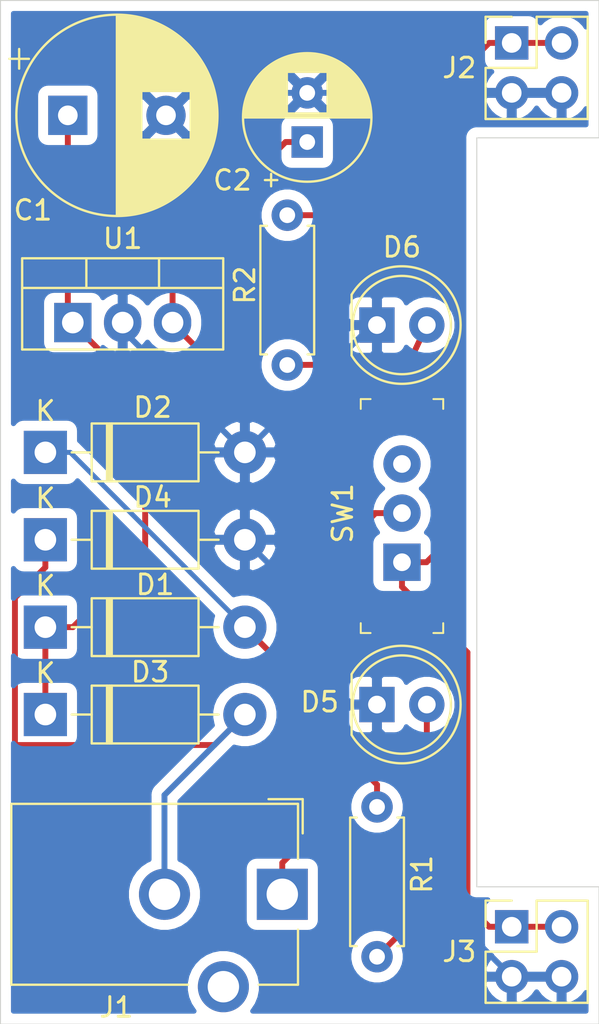
<source format=kicad_pcb>
(kicad_pcb (version 20171130) (host pcbnew "(5.1.6)-1")

  (general
    (thickness 1.6)
    (drawings 35)
    (tracks 80)
    (zones 0)
    (modules 15)
    (nets 9)
  )

  (page A4)
  (title_block
    (title "Breadboard Power Supply")
    (date 2019-12-01)
    (rev v1)
    (comment 1 "Designed by Črtomir Juren")
  )

  (layers
    (0 F.Cu signal)
    (31 B.Cu signal)
    (32 B.Adhes user)
    (33 F.Adhes user)
    (34 B.Paste user)
    (35 F.Paste user)
    (36 B.SilkS user)
    (37 F.SilkS user)
    (38 B.Mask user hide)
    (39 F.Mask user hide)
    (40 Dwgs.User user hide)
    (41 Cmts.User user hide)
    (42 Eco1.User user hide)
    (43 Eco2.User user)
    (44 Edge.Cuts user)
    (45 Margin user)
    (46 B.CrtYd user hide)
    (47 F.CrtYd user)
    (48 B.Fab user)
    (49 F.Fab user hide)
  )

  (setup
    (last_trace_width 0.25)
    (user_trace_width 0.3)
    (trace_clearance 0.2)
    (zone_clearance 0.508)
    (zone_45_only no)
    (trace_min 0.2)
    (via_size 0.8)
    (via_drill 0.4)
    (via_min_size 0.4)
    (via_min_drill 0.3)
    (user_via 1 0.6)
    (uvia_size 0.3)
    (uvia_drill 0.1)
    (uvias_allowed no)
    (uvia_min_size 0.2)
    (uvia_min_drill 0.1)
    (edge_width 0.05)
    (segment_width 0.2)
    (pcb_text_width 0.3)
    (pcb_text_size 1.5 1.5)
    (mod_edge_width 0.12)
    (mod_text_size 1 1)
    (mod_text_width 0.15)
    (pad_size 1.524 1.524)
    (pad_drill 0.762)
    (pad_to_mask_clearance 0.051)
    (solder_mask_min_width 0.25)
    (aux_axis_origin 0 0)
    (visible_elements 7FFFFFFF)
    (pcbplotparams
      (layerselection 0x010fc_ffffffff)
      (usegerberextensions false)
      (usegerberattributes false)
      (usegerberadvancedattributes false)
      (creategerberjobfile false)
      (excludeedgelayer true)
      (linewidth 0.100000)
      (plotframeref false)
      (viasonmask false)
      (mode 1)
      (useauxorigin false)
      (hpglpennumber 1)
      (hpglpenspeed 20)
      (hpglpendiameter 15.000000)
      (psnegative false)
      (psa4output false)
      (plotreference true)
      (plotvalue true)
      (plotinvisibletext false)
      (padsonsilk false)
      (subtractmaskfromsilk false)
      (outputformat 1)
      (mirror false)
      (drillshape 1)
      (scaleselection 1)
      (outputdirectory ""))
  )

  (net 0 "")
  (net 1 /Vin)
  (net 2 /V-)
  (net 3 /Vout1)
  (net 4 "Net-(D1-Pad2)")
  (net 5 "Net-(D3-Pad2)")
  (net 6 "Net-(D5-Pad2)")
  (net 7 "Net-(D6-Pad2)")
  (net 8 /Vout2)

  (net_class Default "This is the default net class."
    (clearance 0.2)
    (trace_width 0.25)
    (via_dia 0.8)
    (via_drill 0.4)
    (uvia_dia 0.3)
    (uvia_drill 0.1)
  )

  (net_class Power ""
    (clearance 0.3)
    (trace_width 0.3)
    (via_dia 1)
    (via_drill 0.5)
    (uvia_dia 0.3)
    (uvia_drill 0.1)
    (add_net /V-)
    (add_net /Vin)
    (add_net /Vout1)
    (add_net /Vout2)
    (add_net "Net-(D1-Pad2)")
    (add_net "Net-(D3-Pad2)")
    (add_net "Net-(D5-Pad2)")
    (add_net "Net-(D6-Pad2)")
  )

  (module Capacitor_THT:CP_Radial_D6.3mm_P2.50mm (layer F.Cu) (tedit 5AE50EF0) (tstamp 5DE3C5AD)
    (at 142.24 75.017 90)
    (descr "CP, Radial series, Radial, pin pitch=2.50mm, , diameter=6.3mm, Electrolytic Capacitor")
    (tags "CP Radial series Radial pin pitch 2.50mm  diameter 6.3mm Electrolytic Capacitor")
    (path /5DE31683)
    (fp_text reference C2 (at -1.945 -3.81 180) (layer F.SilkS)
      (effects (font (size 1 1) (thickness 0.15)))
    )
    (fp_text value 47u (at 5.421 0.254 180) (layer F.Fab)
      (effects (font (size 1 1) (thickness 0.15)))
    )
    (fp_line (start -1.935241 -2.154) (end -1.935241 -1.524) (layer F.SilkS) (width 0.12))
    (fp_line (start -2.250241 -1.839) (end -1.620241 -1.839) (layer F.SilkS) (width 0.12))
    (fp_line (start 4.491 -0.402) (end 4.491 0.402) (layer F.SilkS) (width 0.12))
    (fp_line (start 4.451 -0.633) (end 4.451 0.633) (layer F.SilkS) (width 0.12))
    (fp_line (start 4.411 -0.802) (end 4.411 0.802) (layer F.SilkS) (width 0.12))
    (fp_line (start 4.371 -0.94) (end 4.371 0.94) (layer F.SilkS) (width 0.12))
    (fp_line (start 4.331 -1.059) (end 4.331 1.059) (layer F.SilkS) (width 0.12))
    (fp_line (start 4.291 -1.165) (end 4.291 1.165) (layer F.SilkS) (width 0.12))
    (fp_line (start 4.251 -1.262) (end 4.251 1.262) (layer F.SilkS) (width 0.12))
    (fp_line (start 4.211 -1.35) (end 4.211 1.35) (layer F.SilkS) (width 0.12))
    (fp_line (start 4.171 -1.432) (end 4.171 1.432) (layer F.SilkS) (width 0.12))
    (fp_line (start 4.131 -1.509) (end 4.131 1.509) (layer F.SilkS) (width 0.12))
    (fp_line (start 4.091 -1.581) (end 4.091 1.581) (layer F.SilkS) (width 0.12))
    (fp_line (start 4.051 -1.65) (end 4.051 1.65) (layer F.SilkS) (width 0.12))
    (fp_line (start 4.011 -1.714) (end 4.011 1.714) (layer F.SilkS) (width 0.12))
    (fp_line (start 3.971 -1.776) (end 3.971 1.776) (layer F.SilkS) (width 0.12))
    (fp_line (start 3.931 -1.834) (end 3.931 1.834) (layer F.SilkS) (width 0.12))
    (fp_line (start 3.891 -1.89) (end 3.891 1.89) (layer F.SilkS) (width 0.12))
    (fp_line (start 3.851 -1.944) (end 3.851 1.944) (layer F.SilkS) (width 0.12))
    (fp_line (start 3.811 -1.995) (end 3.811 1.995) (layer F.SilkS) (width 0.12))
    (fp_line (start 3.771 -2.044) (end 3.771 2.044) (layer F.SilkS) (width 0.12))
    (fp_line (start 3.731 -2.092) (end 3.731 2.092) (layer F.SilkS) (width 0.12))
    (fp_line (start 3.691 -2.137) (end 3.691 2.137) (layer F.SilkS) (width 0.12))
    (fp_line (start 3.651 -2.182) (end 3.651 2.182) (layer F.SilkS) (width 0.12))
    (fp_line (start 3.611 -2.224) (end 3.611 2.224) (layer F.SilkS) (width 0.12))
    (fp_line (start 3.571 -2.265) (end 3.571 2.265) (layer F.SilkS) (width 0.12))
    (fp_line (start 3.531 1.04) (end 3.531 2.305) (layer F.SilkS) (width 0.12))
    (fp_line (start 3.531 -2.305) (end 3.531 -1.04) (layer F.SilkS) (width 0.12))
    (fp_line (start 3.491 1.04) (end 3.491 2.343) (layer F.SilkS) (width 0.12))
    (fp_line (start 3.491 -2.343) (end 3.491 -1.04) (layer F.SilkS) (width 0.12))
    (fp_line (start 3.451 1.04) (end 3.451 2.38) (layer F.SilkS) (width 0.12))
    (fp_line (start 3.451 -2.38) (end 3.451 -1.04) (layer F.SilkS) (width 0.12))
    (fp_line (start 3.411 1.04) (end 3.411 2.416) (layer F.SilkS) (width 0.12))
    (fp_line (start 3.411 -2.416) (end 3.411 -1.04) (layer F.SilkS) (width 0.12))
    (fp_line (start 3.371 1.04) (end 3.371 2.45) (layer F.SilkS) (width 0.12))
    (fp_line (start 3.371 -2.45) (end 3.371 -1.04) (layer F.SilkS) (width 0.12))
    (fp_line (start 3.331 1.04) (end 3.331 2.484) (layer F.SilkS) (width 0.12))
    (fp_line (start 3.331 -2.484) (end 3.331 -1.04) (layer F.SilkS) (width 0.12))
    (fp_line (start 3.291 1.04) (end 3.291 2.516) (layer F.SilkS) (width 0.12))
    (fp_line (start 3.291 -2.516) (end 3.291 -1.04) (layer F.SilkS) (width 0.12))
    (fp_line (start 3.251 1.04) (end 3.251 2.548) (layer F.SilkS) (width 0.12))
    (fp_line (start 3.251 -2.548) (end 3.251 -1.04) (layer F.SilkS) (width 0.12))
    (fp_line (start 3.211 1.04) (end 3.211 2.578) (layer F.SilkS) (width 0.12))
    (fp_line (start 3.211 -2.578) (end 3.211 -1.04) (layer F.SilkS) (width 0.12))
    (fp_line (start 3.171 1.04) (end 3.171 2.607) (layer F.SilkS) (width 0.12))
    (fp_line (start 3.171 -2.607) (end 3.171 -1.04) (layer F.SilkS) (width 0.12))
    (fp_line (start 3.131 1.04) (end 3.131 2.636) (layer F.SilkS) (width 0.12))
    (fp_line (start 3.131 -2.636) (end 3.131 -1.04) (layer F.SilkS) (width 0.12))
    (fp_line (start 3.091 1.04) (end 3.091 2.664) (layer F.SilkS) (width 0.12))
    (fp_line (start 3.091 -2.664) (end 3.091 -1.04) (layer F.SilkS) (width 0.12))
    (fp_line (start 3.051 1.04) (end 3.051 2.69) (layer F.SilkS) (width 0.12))
    (fp_line (start 3.051 -2.69) (end 3.051 -1.04) (layer F.SilkS) (width 0.12))
    (fp_line (start 3.011 1.04) (end 3.011 2.716) (layer F.SilkS) (width 0.12))
    (fp_line (start 3.011 -2.716) (end 3.011 -1.04) (layer F.SilkS) (width 0.12))
    (fp_line (start 2.971 1.04) (end 2.971 2.742) (layer F.SilkS) (width 0.12))
    (fp_line (start 2.971 -2.742) (end 2.971 -1.04) (layer F.SilkS) (width 0.12))
    (fp_line (start 2.931 1.04) (end 2.931 2.766) (layer F.SilkS) (width 0.12))
    (fp_line (start 2.931 -2.766) (end 2.931 -1.04) (layer F.SilkS) (width 0.12))
    (fp_line (start 2.891 1.04) (end 2.891 2.79) (layer F.SilkS) (width 0.12))
    (fp_line (start 2.891 -2.79) (end 2.891 -1.04) (layer F.SilkS) (width 0.12))
    (fp_line (start 2.851 1.04) (end 2.851 2.812) (layer F.SilkS) (width 0.12))
    (fp_line (start 2.851 -2.812) (end 2.851 -1.04) (layer F.SilkS) (width 0.12))
    (fp_line (start 2.811 1.04) (end 2.811 2.834) (layer F.SilkS) (width 0.12))
    (fp_line (start 2.811 -2.834) (end 2.811 -1.04) (layer F.SilkS) (width 0.12))
    (fp_line (start 2.771 1.04) (end 2.771 2.856) (layer F.SilkS) (width 0.12))
    (fp_line (start 2.771 -2.856) (end 2.771 -1.04) (layer F.SilkS) (width 0.12))
    (fp_line (start 2.731 1.04) (end 2.731 2.876) (layer F.SilkS) (width 0.12))
    (fp_line (start 2.731 -2.876) (end 2.731 -1.04) (layer F.SilkS) (width 0.12))
    (fp_line (start 2.691 1.04) (end 2.691 2.896) (layer F.SilkS) (width 0.12))
    (fp_line (start 2.691 -2.896) (end 2.691 -1.04) (layer F.SilkS) (width 0.12))
    (fp_line (start 2.651 1.04) (end 2.651 2.916) (layer F.SilkS) (width 0.12))
    (fp_line (start 2.651 -2.916) (end 2.651 -1.04) (layer F.SilkS) (width 0.12))
    (fp_line (start 2.611 1.04) (end 2.611 2.934) (layer F.SilkS) (width 0.12))
    (fp_line (start 2.611 -2.934) (end 2.611 -1.04) (layer F.SilkS) (width 0.12))
    (fp_line (start 2.571 1.04) (end 2.571 2.952) (layer F.SilkS) (width 0.12))
    (fp_line (start 2.571 -2.952) (end 2.571 -1.04) (layer F.SilkS) (width 0.12))
    (fp_line (start 2.531 1.04) (end 2.531 2.97) (layer F.SilkS) (width 0.12))
    (fp_line (start 2.531 -2.97) (end 2.531 -1.04) (layer F.SilkS) (width 0.12))
    (fp_line (start 2.491 1.04) (end 2.491 2.986) (layer F.SilkS) (width 0.12))
    (fp_line (start 2.491 -2.986) (end 2.491 -1.04) (layer F.SilkS) (width 0.12))
    (fp_line (start 2.451 1.04) (end 2.451 3.002) (layer F.SilkS) (width 0.12))
    (fp_line (start 2.451 -3.002) (end 2.451 -1.04) (layer F.SilkS) (width 0.12))
    (fp_line (start 2.411 1.04) (end 2.411 3.018) (layer F.SilkS) (width 0.12))
    (fp_line (start 2.411 -3.018) (end 2.411 -1.04) (layer F.SilkS) (width 0.12))
    (fp_line (start 2.371 1.04) (end 2.371 3.033) (layer F.SilkS) (width 0.12))
    (fp_line (start 2.371 -3.033) (end 2.371 -1.04) (layer F.SilkS) (width 0.12))
    (fp_line (start 2.331 1.04) (end 2.331 3.047) (layer F.SilkS) (width 0.12))
    (fp_line (start 2.331 -3.047) (end 2.331 -1.04) (layer F.SilkS) (width 0.12))
    (fp_line (start 2.291 1.04) (end 2.291 3.061) (layer F.SilkS) (width 0.12))
    (fp_line (start 2.291 -3.061) (end 2.291 -1.04) (layer F.SilkS) (width 0.12))
    (fp_line (start 2.251 1.04) (end 2.251 3.074) (layer F.SilkS) (width 0.12))
    (fp_line (start 2.251 -3.074) (end 2.251 -1.04) (layer F.SilkS) (width 0.12))
    (fp_line (start 2.211 1.04) (end 2.211 3.086) (layer F.SilkS) (width 0.12))
    (fp_line (start 2.211 -3.086) (end 2.211 -1.04) (layer F.SilkS) (width 0.12))
    (fp_line (start 2.171 1.04) (end 2.171 3.098) (layer F.SilkS) (width 0.12))
    (fp_line (start 2.171 -3.098) (end 2.171 -1.04) (layer F.SilkS) (width 0.12))
    (fp_line (start 2.131 1.04) (end 2.131 3.11) (layer F.SilkS) (width 0.12))
    (fp_line (start 2.131 -3.11) (end 2.131 -1.04) (layer F.SilkS) (width 0.12))
    (fp_line (start 2.091 1.04) (end 2.091 3.121) (layer F.SilkS) (width 0.12))
    (fp_line (start 2.091 -3.121) (end 2.091 -1.04) (layer F.SilkS) (width 0.12))
    (fp_line (start 2.051 1.04) (end 2.051 3.131) (layer F.SilkS) (width 0.12))
    (fp_line (start 2.051 -3.131) (end 2.051 -1.04) (layer F.SilkS) (width 0.12))
    (fp_line (start 2.011 1.04) (end 2.011 3.141) (layer F.SilkS) (width 0.12))
    (fp_line (start 2.011 -3.141) (end 2.011 -1.04) (layer F.SilkS) (width 0.12))
    (fp_line (start 1.971 1.04) (end 1.971 3.15) (layer F.SilkS) (width 0.12))
    (fp_line (start 1.971 -3.15) (end 1.971 -1.04) (layer F.SilkS) (width 0.12))
    (fp_line (start 1.93 1.04) (end 1.93 3.159) (layer F.SilkS) (width 0.12))
    (fp_line (start 1.93 -3.159) (end 1.93 -1.04) (layer F.SilkS) (width 0.12))
    (fp_line (start 1.89 1.04) (end 1.89 3.167) (layer F.SilkS) (width 0.12))
    (fp_line (start 1.89 -3.167) (end 1.89 -1.04) (layer F.SilkS) (width 0.12))
    (fp_line (start 1.85 1.04) (end 1.85 3.175) (layer F.SilkS) (width 0.12))
    (fp_line (start 1.85 -3.175) (end 1.85 -1.04) (layer F.SilkS) (width 0.12))
    (fp_line (start 1.81 1.04) (end 1.81 3.182) (layer F.SilkS) (width 0.12))
    (fp_line (start 1.81 -3.182) (end 1.81 -1.04) (layer F.SilkS) (width 0.12))
    (fp_line (start 1.77 1.04) (end 1.77 3.189) (layer F.SilkS) (width 0.12))
    (fp_line (start 1.77 -3.189) (end 1.77 -1.04) (layer F.SilkS) (width 0.12))
    (fp_line (start 1.73 1.04) (end 1.73 3.195) (layer F.SilkS) (width 0.12))
    (fp_line (start 1.73 -3.195) (end 1.73 -1.04) (layer F.SilkS) (width 0.12))
    (fp_line (start 1.69 1.04) (end 1.69 3.201) (layer F.SilkS) (width 0.12))
    (fp_line (start 1.69 -3.201) (end 1.69 -1.04) (layer F.SilkS) (width 0.12))
    (fp_line (start 1.65 1.04) (end 1.65 3.206) (layer F.SilkS) (width 0.12))
    (fp_line (start 1.65 -3.206) (end 1.65 -1.04) (layer F.SilkS) (width 0.12))
    (fp_line (start 1.61 1.04) (end 1.61 3.211) (layer F.SilkS) (width 0.12))
    (fp_line (start 1.61 -3.211) (end 1.61 -1.04) (layer F.SilkS) (width 0.12))
    (fp_line (start 1.57 1.04) (end 1.57 3.215) (layer F.SilkS) (width 0.12))
    (fp_line (start 1.57 -3.215) (end 1.57 -1.04) (layer F.SilkS) (width 0.12))
    (fp_line (start 1.53 1.04) (end 1.53 3.218) (layer F.SilkS) (width 0.12))
    (fp_line (start 1.53 -3.218) (end 1.53 -1.04) (layer F.SilkS) (width 0.12))
    (fp_line (start 1.49 1.04) (end 1.49 3.222) (layer F.SilkS) (width 0.12))
    (fp_line (start 1.49 -3.222) (end 1.49 -1.04) (layer F.SilkS) (width 0.12))
    (fp_line (start 1.45 -3.224) (end 1.45 3.224) (layer F.SilkS) (width 0.12))
    (fp_line (start 1.41 -3.227) (end 1.41 3.227) (layer F.SilkS) (width 0.12))
    (fp_line (start 1.37 -3.228) (end 1.37 3.228) (layer F.SilkS) (width 0.12))
    (fp_line (start 1.33 -3.23) (end 1.33 3.23) (layer F.SilkS) (width 0.12))
    (fp_line (start 1.29 -3.23) (end 1.29 3.23) (layer F.SilkS) (width 0.12))
    (fp_line (start 1.25 -3.23) (end 1.25 3.23) (layer F.SilkS) (width 0.12))
    (fp_line (start -1.128972 -1.6885) (end -1.128972 -1.0585) (layer F.Fab) (width 0.1))
    (fp_line (start -1.443972 -1.3735) (end -0.813972 -1.3735) (layer F.Fab) (width 0.1))
    (fp_circle (center 1.25 0) (end 4.65 0) (layer F.CrtYd) (width 0.05))
    (fp_circle (center 1.25 0) (end 4.52 0) (layer F.SilkS) (width 0.12))
    (fp_circle (center 1.25 0) (end 4.4 0) (layer F.Fab) (width 0.1))
    (fp_text user %R (at 1.25 0 90) (layer F.Fab)
      (effects (font (size 1 1) (thickness 0.15)))
    )
    (pad 2 thru_hole circle (at 2.5 0 90) (size 1.6 1.6) (drill 0.8) (layers *.Cu *.Mask)
      (net 2 /V-))
    (pad 1 thru_hole rect (at 0 0 90) (size 1.6 1.6) (drill 0.8) (layers *.Cu *.Mask)
      (net 3 /Vout1))
    (model ${KISYS3DMOD}/Capacitor_THT.3dshapes/CP_Radial_D6.3mm_P2.50mm.wrl
      (at (xyz 0 0 0))
      (scale (xyz 1 1 1))
      (rotate (xyz 0 0 0))
    )
  )

  (module Diode_THT:D_DO-41_SOD81_P10.16mm_Horizontal (layer F.Cu) (tedit 5AE50CD5) (tstamp 5DE3C5CC)
    (at 128.905 99.695)
    (descr "Diode, DO-41_SOD81 series, Axial, Horizontal, pin pitch=10.16mm, , length*diameter=5.2*2.7mm^2, , http://www.diodes.com/_files/packages/DO-41%20(Plastic).pdf")
    (tags "Diode DO-41_SOD81 series Axial Horizontal pin pitch 10.16mm  length 5.2mm diameter 2.7mm")
    (path /5DE2DAA3)
    (fp_text reference D1 (at 5.588 -2.159) (layer F.SilkS)
      (effects (font (size 1 1) (thickness 0.15)))
    )
    (fp_text value 1N4007 (at 5.08 2.47) (layer F.Fab)
      (effects (font (size 1 1) (thickness 0.15)))
    )
    (fp_line (start 2.48 -1.35) (end 2.48 1.35) (layer F.Fab) (width 0.1))
    (fp_line (start 2.48 1.35) (end 7.68 1.35) (layer F.Fab) (width 0.1))
    (fp_line (start 7.68 1.35) (end 7.68 -1.35) (layer F.Fab) (width 0.1))
    (fp_line (start 7.68 -1.35) (end 2.48 -1.35) (layer F.Fab) (width 0.1))
    (fp_line (start 0 0) (end 2.48 0) (layer F.Fab) (width 0.1))
    (fp_line (start 10.16 0) (end 7.68 0) (layer F.Fab) (width 0.1))
    (fp_line (start 3.26 -1.35) (end 3.26 1.35) (layer F.Fab) (width 0.1))
    (fp_line (start 3.36 -1.35) (end 3.36 1.35) (layer F.Fab) (width 0.1))
    (fp_line (start 3.16 -1.35) (end 3.16 1.35) (layer F.Fab) (width 0.1))
    (fp_line (start 2.36 -1.47) (end 2.36 1.47) (layer F.SilkS) (width 0.12))
    (fp_line (start 2.36 1.47) (end 7.8 1.47) (layer F.SilkS) (width 0.12))
    (fp_line (start 7.8 1.47) (end 7.8 -1.47) (layer F.SilkS) (width 0.12))
    (fp_line (start 7.8 -1.47) (end 2.36 -1.47) (layer F.SilkS) (width 0.12))
    (fp_line (start 1.34 0) (end 2.36 0) (layer F.SilkS) (width 0.12))
    (fp_line (start 8.82 0) (end 7.8 0) (layer F.SilkS) (width 0.12))
    (fp_line (start 3.26 -1.47) (end 3.26 1.47) (layer F.SilkS) (width 0.12))
    (fp_line (start 3.38 -1.47) (end 3.38 1.47) (layer F.SilkS) (width 0.12))
    (fp_line (start 3.14 -1.47) (end 3.14 1.47) (layer F.SilkS) (width 0.12))
    (fp_line (start -1.35 -1.6) (end -1.35 1.6) (layer F.CrtYd) (width 0.05))
    (fp_line (start -1.35 1.6) (end 11.51 1.6) (layer F.CrtYd) (width 0.05))
    (fp_line (start 11.51 1.6) (end 11.51 -1.6) (layer F.CrtYd) (width 0.05))
    (fp_line (start 11.51 -1.6) (end -1.35 -1.6) (layer F.CrtYd) (width 0.05))
    (fp_text user %R (at 5.47 0) (layer F.Fab)
      (effects (font (size 1 1) (thickness 0.15)))
    )
    (fp_text user K (at 0 -2.1) (layer F.Fab)
      (effects (font (size 1 1) (thickness 0.15)))
    )
    (fp_text user K (at 0 -2.1) (layer F.SilkS)
      (effects (font (size 1 1) (thickness 0.15)))
    )
    (pad 1 thru_hole rect (at 0 0) (size 2.2 2.2) (drill 1.1) (layers *.Cu *.Mask)
      (net 1 /Vin))
    (pad 2 thru_hole oval (at 10.16 0) (size 2.2 2.2) (drill 1.1) (layers *.Cu *.Mask)
      (net 4 "Net-(D1-Pad2)"))
    (model ${KISYS3DMOD}/Diode_THT.3dshapes/D_DO-41_SOD81_P10.16mm_Horizontal.wrl
      (at (xyz 0 0 0))
      (scale (xyz 1 1 1))
      (rotate (xyz 0 0 0))
    )
  )

  (module Diode_THT:D_DO-41_SOD81_P10.16mm_Horizontal (layer F.Cu) (tedit 5AE50CD5) (tstamp 5DE42048)
    (at 128.905 90.805)
    (descr "Diode, DO-41_SOD81 series, Axial, Horizontal, pin pitch=10.16mm, , length*diameter=5.2*2.7mm^2, , http://www.diodes.com/_files/packages/DO-41%20(Plastic).pdf")
    (tags "Diode DO-41_SOD81 series Axial Horizontal pin pitch 10.16mm  length 5.2mm diameter 2.7mm")
    (path /5DE2F2FD)
    (fp_text reference D2 (at 5.461 -2.286) (layer F.SilkS)
      (effects (font (size 1 1) (thickness 0.15)))
    )
    (fp_text value 1N4007 (at 5.08 2.47) (layer F.Fab)
      (effects (font (size 1 1) (thickness 0.15)))
    )
    (fp_line (start 2.48 -1.35) (end 2.48 1.35) (layer F.Fab) (width 0.1))
    (fp_line (start 2.48 1.35) (end 7.68 1.35) (layer F.Fab) (width 0.1))
    (fp_line (start 7.68 1.35) (end 7.68 -1.35) (layer F.Fab) (width 0.1))
    (fp_line (start 7.68 -1.35) (end 2.48 -1.35) (layer F.Fab) (width 0.1))
    (fp_line (start 0 0) (end 2.48 0) (layer F.Fab) (width 0.1))
    (fp_line (start 10.16 0) (end 7.68 0) (layer F.Fab) (width 0.1))
    (fp_line (start 3.26 -1.35) (end 3.26 1.35) (layer F.Fab) (width 0.1))
    (fp_line (start 3.36 -1.35) (end 3.36 1.35) (layer F.Fab) (width 0.1))
    (fp_line (start 3.16 -1.35) (end 3.16 1.35) (layer F.Fab) (width 0.1))
    (fp_line (start 2.36 -1.47) (end 2.36 1.47) (layer F.SilkS) (width 0.12))
    (fp_line (start 2.36 1.47) (end 7.8 1.47) (layer F.SilkS) (width 0.12))
    (fp_line (start 7.8 1.47) (end 7.8 -1.47) (layer F.SilkS) (width 0.12))
    (fp_line (start 7.8 -1.47) (end 2.36 -1.47) (layer F.SilkS) (width 0.12))
    (fp_line (start 1.34 0) (end 2.36 0) (layer F.SilkS) (width 0.12))
    (fp_line (start 8.82 0) (end 7.8 0) (layer F.SilkS) (width 0.12))
    (fp_line (start 3.26 -1.47) (end 3.26 1.47) (layer F.SilkS) (width 0.12))
    (fp_line (start 3.38 -1.47) (end 3.38 1.47) (layer F.SilkS) (width 0.12))
    (fp_line (start 3.14 -1.47) (end 3.14 1.47) (layer F.SilkS) (width 0.12))
    (fp_line (start -1.35 -1.6) (end -1.35 1.6) (layer F.CrtYd) (width 0.05))
    (fp_line (start -1.35 1.6) (end 11.51 1.6) (layer F.CrtYd) (width 0.05))
    (fp_line (start 11.51 1.6) (end 11.51 -1.6) (layer F.CrtYd) (width 0.05))
    (fp_line (start 11.51 -1.6) (end -1.35 -1.6) (layer F.CrtYd) (width 0.05))
    (fp_text user %R (at 5.47 0) (layer F.Fab)
      (effects (font (size 1 1) (thickness 0.15)))
    )
    (fp_text user K (at 0 -2.1) (layer F.Fab)
      (effects (font (size 1 1) (thickness 0.15)))
    )
    (fp_text user K (at 0 -2.1) (layer F.SilkS)
      (effects (font (size 1 1) (thickness 0.15)))
    )
    (pad 1 thru_hole rect (at 0 0) (size 2.2 2.2) (drill 1.1) (layers *.Cu *.Mask)
      (net 4 "Net-(D1-Pad2)"))
    (pad 2 thru_hole oval (at 10.16 0) (size 2.2 2.2) (drill 1.1) (layers *.Cu *.Mask)
      (net 2 /V-))
    (model ${KISYS3DMOD}/Diode_THT.3dshapes/D_DO-41_SOD81_P10.16mm_Horizontal.wrl
      (at (xyz 0 0 0))
      (scale (xyz 1 1 1))
      (rotate (xyz 0 0 0))
    )
  )

  (module Diode_THT:D_DO-41_SOD81_P10.16mm_Horizontal (layer F.Cu) (tedit 5AE50CD5) (tstamp 5DE3C60A)
    (at 128.905 104.14)
    (descr "Diode, DO-41_SOD81 series, Axial, Horizontal, pin pitch=10.16mm, , length*diameter=5.2*2.7mm^2, , http://www.diodes.com/_files/packages/DO-41%20(Plastic).pdf")
    (tags "Diode DO-41_SOD81 series Axial Horizontal pin pitch 10.16mm  length 5.2mm diameter 2.7mm")
    (path /5DE2EF1B)
    (fp_text reference D3 (at 5.334 -2.159) (layer F.SilkS)
      (effects (font (size 1 1) (thickness 0.15)))
    )
    (fp_text value 1N4007 (at 5.08 2.47) (layer F.Fab)
      (effects (font (size 1 1) (thickness 0.15)))
    )
    (fp_line (start 11.51 -1.6) (end -1.35 -1.6) (layer F.CrtYd) (width 0.05))
    (fp_line (start 11.51 1.6) (end 11.51 -1.6) (layer F.CrtYd) (width 0.05))
    (fp_line (start -1.35 1.6) (end 11.51 1.6) (layer F.CrtYd) (width 0.05))
    (fp_line (start -1.35 -1.6) (end -1.35 1.6) (layer F.CrtYd) (width 0.05))
    (fp_line (start 3.14 -1.47) (end 3.14 1.47) (layer F.SilkS) (width 0.12))
    (fp_line (start 3.38 -1.47) (end 3.38 1.47) (layer F.SilkS) (width 0.12))
    (fp_line (start 3.26 -1.47) (end 3.26 1.47) (layer F.SilkS) (width 0.12))
    (fp_line (start 8.82 0) (end 7.8 0) (layer F.SilkS) (width 0.12))
    (fp_line (start 1.34 0) (end 2.36 0) (layer F.SilkS) (width 0.12))
    (fp_line (start 7.8 -1.47) (end 2.36 -1.47) (layer F.SilkS) (width 0.12))
    (fp_line (start 7.8 1.47) (end 7.8 -1.47) (layer F.SilkS) (width 0.12))
    (fp_line (start 2.36 1.47) (end 7.8 1.47) (layer F.SilkS) (width 0.12))
    (fp_line (start 2.36 -1.47) (end 2.36 1.47) (layer F.SilkS) (width 0.12))
    (fp_line (start 3.16 -1.35) (end 3.16 1.35) (layer F.Fab) (width 0.1))
    (fp_line (start 3.36 -1.35) (end 3.36 1.35) (layer F.Fab) (width 0.1))
    (fp_line (start 3.26 -1.35) (end 3.26 1.35) (layer F.Fab) (width 0.1))
    (fp_line (start 10.16 0) (end 7.68 0) (layer F.Fab) (width 0.1))
    (fp_line (start 0 0) (end 2.48 0) (layer F.Fab) (width 0.1))
    (fp_line (start 7.68 -1.35) (end 2.48 -1.35) (layer F.Fab) (width 0.1))
    (fp_line (start 7.68 1.35) (end 7.68 -1.35) (layer F.Fab) (width 0.1))
    (fp_line (start 2.48 1.35) (end 7.68 1.35) (layer F.Fab) (width 0.1))
    (fp_line (start 2.48 -1.35) (end 2.48 1.35) (layer F.Fab) (width 0.1))
    (fp_text user K (at 0 -2.1) (layer F.SilkS)
      (effects (font (size 1 1) (thickness 0.15)))
    )
    (fp_text user K (at 0 -2.1) (layer F.Fab)
      (effects (font (size 1 1) (thickness 0.15)))
    )
    (fp_text user %R (at 5.47 0) (layer F.Fab)
      (effects (font (size 1 1) (thickness 0.15)))
    )
    (pad 2 thru_hole oval (at 10.16 0) (size 2.2 2.2) (drill 1.1) (layers *.Cu *.Mask)
      (net 5 "Net-(D3-Pad2)"))
    (pad 1 thru_hole rect (at 0 0) (size 2.2 2.2) (drill 1.1) (layers *.Cu *.Mask)
      (net 1 /Vin))
    (model ${KISYS3DMOD}/Diode_THT.3dshapes/D_DO-41_SOD81_P10.16mm_Horizontal.wrl
      (at (xyz 0 0 0))
      (scale (xyz 1 1 1))
      (rotate (xyz 0 0 0))
    )
  )

  (module Diode_THT:D_DO-41_SOD81_P10.16mm_Horizontal (layer F.Cu) (tedit 5AE50CD5) (tstamp 5DE3C629)
    (at 128.905 95.25)
    (descr "Diode, DO-41_SOD81 series, Axial, Horizontal, pin pitch=10.16mm, , length*diameter=5.2*2.7mm^2, , http://www.diodes.com/_files/packages/DO-41%20(Plastic).pdf")
    (tags "Diode DO-41_SOD81 series Axial Horizontal pin pitch 10.16mm  length 5.2mm diameter 2.7mm")
    (path /5DE2F7DC)
    (fp_text reference D4 (at 5.461 -2.159) (layer F.SilkS)
      (effects (font (size 1 1) (thickness 0.15)))
    )
    (fp_text value 1N4007 (at 5.08 2.47) (layer F.Fab)
      (effects (font (size 1 1) (thickness 0.15)))
    )
    (fp_line (start 11.51 -1.6) (end -1.35 -1.6) (layer F.CrtYd) (width 0.05))
    (fp_line (start 11.51 1.6) (end 11.51 -1.6) (layer F.CrtYd) (width 0.05))
    (fp_line (start -1.35 1.6) (end 11.51 1.6) (layer F.CrtYd) (width 0.05))
    (fp_line (start -1.35 -1.6) (end -1.35 1.6) (layer F.CrtYd) (width 0.05))
    (fp_line (start 3.14 -1.47) (end 3.14 1.47) (layer F.SilkS) (width 0.12))
    (fp_line (start 3.38 -1.47) (end 3.38 1.47) (layer F.SilkS) (width 0.12))
    (fp_line (start 3.26 -1.47) (end 3.26 1.47) (layer F.SilkS) (width 0.12))
    (fp_line (start 8.82 0) (end 7.8 0) (layer F.SilkS) (width 0.12))
    (fp_line (start 1.34 0) (end 2.36 0) (layer F.SilkS) (width 0.12))
    (fp_line (start 7.8 -1.47) (end 2.36 -1.47) (layer F.SilkS) (width 0.12))
    (fp_line (start 7.8 1.47) (end 7.8 -1.47) (layer F.SilkS) (width 0.12))
    (fp_line (start 2.36 1.47) (end 7.8 1.47) (layer F.SilkS) (width 0.12))
    (fp_line (start 2.36 -1.47) (end 2.36 1.47) (layer F.SilkS) (width 0.12))
    (fp_line (start 3.16 -1.35) (end 3.16 1.35) (layer F.Fab) (width 0.1))
    (fp_line (start 3.36 -1.35) (end 3.36 1.35) (layer F.Fab) (width 0.1))
    (fp_line (start 3.26 -1.35) (end 3.26 1.35) (layer F.Fab) (width 0.1))
    (fp_line (start 10.16 0) (end 7.68 0) (layer F.Fab) (width 0.1))
    (fp_line (start 0 0) (end 2.48 0) (layer F.Fab) (width 0.1))
    (fp_line (start 7.68 -1.35) (end 2.48 -1.35) (layer F.Fab) (width 0.1))
    (fp_line (start 7.68 1.35) (end 7.68 -1.35) (layer F.Fab) (width 0.1))
    (fp_line (start 2.48 1.35) (end 7.68 1.35) (layer F.Fab) (width 0.1))
    (fp_line (start 2.48 -1.35) (end 2.48 1.35) (layer F.Fab) (width 0.1))
    (fp_text user K (at 0 -2.1) (layer F.SilkS)
      (effects (font (size 1 1) (thickness 0.15)))
    )
    (fp_text user K (at 0 -2.1) (layer F.Fab)
      (effects (font (size 1 1) (thickness 0.15)))
    )
    (fp_text user %R (at 5.47 0) (layer F.Fab)
      (effects (font (size 1 1) (thickness 0.15)))
    )
    (pad 2 thru_hole oval (at 10.16 0) (size 2.2 2.2) (drill 1.1) (layers *.Cu *.Mask)
      (net 2 /V-))
    (pad 1 thru_hole rect (at 0 0) (size 2.2 2.2) (drill 1.1) (layers *.Cu *.Mask)
      (net 5 "Net-(D3-Pad2)"))
    (model ${KISYS3DMOD}/Diode_THT.3dshapes/D_DO-41_SOD81_P10.16mm_Horizontal.wrl
      (at (xyz 0 0 0))
      (scale (xyz 1 1 1))
      (rotate (xyz 0 0 0))
    )
  )

  (module LED_THT:LED_D5.0mm (layer F.Cu) (tedit 5995936A) (tstamp 5DE44318)
    (at 145.791 103.632)
    (descr "LED, diameter 5.0mm, 2 pins, http://cdn-reichelt.de/documents/datenblatt/A500/LL-504BC2E-009.pdf")
    (tags "LED diameter 5.0mm 2 pins")
    (path /5DE322E2)
    (fp_text reference D5 (at -2.916 -0.127) (layer F.SilkS)
      (effects (font (size 1 1) (thickness 0.15)))
    )
    (fp_text value LED (at 1.27 3.96) (layer F.Fab)
      (effects (font (size 1 1) (thickness 0.15)))
    )
    (fp_circle (center 1.27 0) (end 3.77 0) (layer F.Fab) (width 0.1))
    (fp_circle (center 1.27 0) (end 3.77 0) (layer F.SilkS) (width 0.12))
    (fp_line (start -1.23 -1.469694) (end -1.23 1.469694) (layer F.Fab) (width 0.1))
    (fp_line (start -1.29 -1.545) (end -1.29 1.545) (layer F.SilkS) (width 0.12))
    (fp_line (start -1.95 -3.25) (end -1.95 3.25) (layer F.CrtYd) (width 0.05))
    (fp_line (start -1.95 3.25) (end 4.5 3.25) (layer F.CrtYd) (width 0.05))
    (fp_line (start 4.5 3.25) (end 4.5 -3.25) (layer F.CrtYd) (width 0.05))
    (fp_line (start 4.5 -3.25) (end -1.95 -3.25) (layer F.CrtYd) (width 0.05))
    (fp_arc (start 1.27 0) (end -1.23 -1.469694) (angle 299.1) (layer F.Fab) (width 0.1))
    (fp_arc (start 1.27 0) (end -1.29 -1.54483) (angle 148.9) (layer F.SilkS) (width 0.12))
    (fp_arc (start 1.27 0) (end -1.29 1.54483) (angle -148.9) (layer F.SilkS) (width 0.12))
    (fp_text user %R (at 1.25 0) (layer F.Fab)
      (effects (font (size 0.8 0.8) (thickness 0.2)))
    )
    (pad 1 thru_hole rect (at 0 0) (size 1.8 1.8) (drill 0.9) (layers *.Cu *.Mask)
      (net 2 /V-))
    (pad 2 thru_hole circle (at 2.54 0) (size 1.8 1.8) (drill 0.9) (layers *.Cu *.Mask)
      (net 6 "Net-(D5-Pad2)"))
    (model ${KISYS3DMOD}/LED_THT.3dshapes/LED_D5.0mm.wrl
      (at (xyz 0 0 0))
      (scale (xyz 1 1 1))
      (rotate (xyz 0 0 0))
    )
  )

  (module LED_THT:LED_D5.0mm (layer F.Cu) (tedit 5995936A) (tstamp 5DE3C64D)
    (at 145.791 84.328)
    (descr "LED, diameter 5.0mm, 2 pins, http://cdn-reichelt.de/documents/datenblatt/A500/LL-504BC2E-009.pdf")
    (tags "LED diameter 5.0mm 2 pins")
    (path /5DE328C7)
    (fp_text reference D6 (at 1.27 -3.96) (layer F.SilkS)
      (effects (font (size 1 1) (thickness 0.15)))
    )
    (fp_text value LED (at 1.27 3.96) (layer F.Fab)
      (effects (font (size 1 1) (thickness 0.15)))
    )
    (fp_line (start 4.5 -3.25) (end -1.95 -3.25) (layer F.CrtYd) (width 0.05))
    (fp_line (start 4.5 3.25) (end 4.5 -3.25) (layer F.CrtYd) (width 0.05))
    (fp_line (start -1.95 3.25) (end 4.5 3.25) (layer F.CrtYd) (width 0.05))
    (fp_line (start -1.95 -3.25) (end -1.95 3.25) (layer F.CrtYd) (width 0.05))
    (fp_line (start -1.29 -1.545) (end -1.29 1.545) (layer F.SilkS) (width 0.12))
    (fp_line (start -1.23 -1.469694) (end -1.23 1.469694) (layer F.Fab) (width 0.1))
    (fp_circle (center 1.27 0) (end 3.77 0) (layer F.SilkS) (width 0.12))
    (fp_circle (center 1.27 0) (end 3.77 0) (layer F.Fab) (width 0.1))
    (fp_text user %R (at 1.25 0) (layer F.Fab)
      (effects (font (size 0.8 0.8) (thickness 0.2)))
    )
    (fp_arc (start 1.27 0) (end -1.29 1.54483) (angle -148.9) (layer F.SilkS) (width 0.12))
    (fp_arc (start 1.27 0) (end -1.29 -1.54483) (angle 148.9) (layer F.SilkS) (width 0.12))
    (fp_arc (start 1.27 0) (end -1.23 -1.469694) (angle 299.1) (layer F.Fab) (width 0.1))
    (pad 2 thru_hole circle (at 2.54 0) (size 1.8 1.8) (drill 0.9) (layers *.Cu *.Mask)
      (net 7 "Net-(D6-Pad2)"))
    (pad 1 thru_hole rect (at 0 0) (size 1.8 1.8) (drill 0.9) (layers *.Cu *.Mask)
      (net 2 /V-))
    (model ${KISYS3DMOD}/LED_THT.3dshapes/LED_D5.0mm.wrl
      (at (xyz 0 0 0))
      (scale (xyz 1 1 1))
      (rotate (xyz 0 0 0))
    )
  )

  (module Connector_BarrelJack:BarrelJack_CUI_PJ-102AH_Horizontal (layer F.Cu) (tedit 5A1DBF38) (tstamp 5DE3C66F)
    (at 140.97 113.284 270)
    (descr "Thin-pin DC Barrel Jack, https://cdn-shop.adafruit.com/datasheets/21mmdcjackDatasheet.pdf")
    (tags "Power Jack")
    (path /5DE3722D)
    (fp_text reference J1 (at 5.75 8.45) (layer F.SilkS)
      (effects (font (size 1 1) (thickness 0.15)))
    )
    (fp_text value Barrel_Jack_Switch (at -5.5 6.2) (layer F.Fab)
      (effects (font (size 1 1) (thickness 0.15)))
    )
    (fp_line (start 1.8 -1.8) (end 1.8 -1.2) (layer F.CrtYd) (width 0.05))
    (fp_line (start 1.8 -1.2) (end 5 -1.2) (layer F.CrtYd) (width 0.05))
    (fp_line (start 5 -1.2) (end 5 1.2) (layer F.CrtYd) (width 0.05))
    (fp_line (start 5 1.2) (end 6.5 1.2) (layer F.CrtYd) (width 0.05))
    (fp_line (start 6.5 1.2) (end 6.5 4.8) (layer F.CrtYd) (width 0.05))
    (fp_line (start 6.5 4.8) (end 5 4.8) (layer F.CrtYd) (width 0.05))
    (fp_line (start 5 4.8) (end 5 14.2) (layer F.CrtYd) (width 0.05))
    (fp_line (start 5 14.2) (end -5 14.2) (layer F.CrtYd) (width 0.05))
    (fp_line (start -5 14.2) (end -5 -1.2) (layer F.CrtYd) (width 0.05))
    (fp_line (start -5 -1.2) (end -1.8 -1.2) (layer F.CrtYd) (width 0.05))
    (fp_line (start -1.8 -1.2) (end -1.8 -1.8) (layer F.CrtYd) (width 0.05))
    (fp_line (start -1.8 -1.8) (end 1.8 -1.8) (layer F.CrtYd) (width 0.05))
    (fp_line (start 4.6 4.8) (end 4.6 13.8) (layer F.SilkS) (width 0.12))
    (fp_line (start 4.6 13.8) (end -4.6 13.8) (layer F.SilkS) (width 0.12))
    (fp_line (start -4.6 13.8) (end -4.6 -0.8) (layer F.SilkS) (width 0.12))
    (fp_line (start -4.6 -0.8) (end -1.8 -0.8) (layer F.SilkS) (width 0.12))
    (fp_line (start 1.8 -0.8) (end 4.6 -0.8) (layer F.SilkS) (width 0.12))
    (fp_line (start 4.6 -0.8) (end 4.6 1.2) (layer F.SilkS) (width 0.12))
    (fp_line (start -4.84 0.7) (end -4.84 -1.04) (layer F.SilkS) (width 0.12))
    (fp_line (start -4.84 -1.04) (end -3.1 -1.04) (layer F.SilkS) (width 0.12))
    (fp_line (start 4.5 -0.7) (end 4.5 13.7) (layer F.Fab) (width 0.1))
    (fp_line (start 4.5 13.7) (end -4.5 13.7) (layer F.Fab) (width 0.1))
    (fp_line (start -4.5 13.7) (end -4.5 0.3) (layer F.Fab) (width 0.1))
    (fp_line (start -4.5 0.3) (end -3.5 -0.7) (layer F.Fab) (width 0.1))
    (fp_line (start -3.5 -0.7) (end 4.5 -0.7) (layer F.Fab) (width 0.1))
    (fp_line (start -4.5 10.2) (end 4.5 10.2) (layer F.Fab) (width 0.1))
    (fp_text user %R (at 0 6.5 90) (layer F.Fab)
      (effects (font (size 1 1) (thickness 0.15)))
    )
    (pad 1 thru_hole rect (at 0 0 270) (size 2.6 2.6) (drill 1.6) (layers *.Cu *.Mask)
      (net 4 "Net-(D1-Pad2)"))
    (pad 2 thru_hole circle (at 0 6 270) (size 2.6 2.6) (drill 1.6) (layers *.Cu *.Mask)
      (net 5 "Net-(D3-Pad2)"))
    (pad 3 thru_hole circle (at 4.7 3 270) (size 2.6 2.6) (drill 1.6) (layers *.Cu *.Mask))
    (model ${KISYS3DMOD}/Connector_BarrelJack.3dshapes/BarrelJack_CUI_PJ-102AH_Horizontal.wrl
      (at (xyz 0 0 0))
      (scale (xyz 1 1 1))
      (rotate (xyz 0 0 0))
    )
  )

  (module Connector_PinHeader_2.54mm:PinHeader_2x02_P2.54mm_Vertical locked (layer F.Cu) (tedit 59FED5CC) (tstamp 5DE420E2)
    (at 152.654 69.977)
    (descr "Through hole straight pin header, 2x02, 2.54mm pitch, double rows")
    (tags "Through hole pin header THT 2x02 2.54mm double row")
    (path /5DE36371)
    (fp_text reference J2 (at -2.667 1.27) (layer F.SilkS)
      (effects (font (size 1 1) (thickness 0.15)))
    )
    (fp_text value Conn_02x02_Odd_Even (at 1.27 4.87) (layer F.Fab)
      (effects (font (size 1 1) (thickness 0.15)))
    )
    (fp_line (start 0 -1.27) (end 3.81 -1.27) (layer F.Fab) (width 0.1))
    (fp_line (start 3.81 -1.27) (end 3.81 3.81) (layer F.Fab) (width 0.1))
    (fp_line (start 3.81 3.81) (end -1.27 3.81) (layer F.Fab) (width 0.1))
    (fp_line (start -1.27 3.81) (end -1.27 0) (layer F.Fab) (width 0.1))
    (fp_line (start -1.27 0) (end 0 -1.27) (layer F.Fab) (width 0.1))
    (fp_line (start -1.33 3.87) (end 3.87 3.87) (layer F.SilkS) (width 0.12))
    (fp_line (start -1.33 1.27) (end -1.33 3.87) (layer F.SilkS) (width 0.12))
    (fp_line (start 3.87 -1.33) (end 3.87 3.87) (layer F.SilkS) (width 0.12))
    (fp_line (start -1.33 1.27) (end 1.27 1.27) (layer F.SilkS) (width 0.12))
    (fp_line (start 1.27 1.27) (end 1.27 -1.33) (layer F.SilkS) (width 0.12))
    (fp_line (start 1.27 -1.33) (end 3.87 -1.33) (layer F.SilkS) (width 0.12))
    (fp_line (start -1.33 0) (end -1.33 -1.33) (layer F.SilkS) (width 0.12))
    (fp_line (start -1.33 -1.33) (end 0 -1.33) (layer F.SilkS) (width 0.12))
    (fp_line (start -1.8 -1.8) (end -1.8 4.35) (layer F.CrtYd) (width 0.05))
    (fp_line (start -1.8 4.35) (end 4.35 4.35) (layer F.CrtYd) (width 0.05))
    (fp_line (start 4.35 4.35) (end 4.35 -1.8) (layer F.CrtYd) (width 0.05))
    (fp_line (start 4.35 -1.8) (end -1.8 -1.8) (layer F.CrtYd) (width 0.05))
    (fp_text user %R (at 1.27 1.27 90) (layer F.Fab)
      (effects (font (size 1 1) (thickness 0.15)))
    )
    (pad 1 thru_hole rect (at 0 0) (size 1.7 1.7) (drill 1) (layers *.Cu *.Mask)
      (net 8 /Vout2))
    (pad 2 thru_hole oval (at 2.54 0) (size 1.7 1.7) (drill 1) (layers *.Cu *.Mask)
      (net 8 /Vout2))
    (pad 3 thru_hole oval (at 0 2.54) (size 1.7 1.7) (drill 1) (layers *.Cu *.Mask)
      (net 2 /V-))
    (pad 4 thru_hole oval (at 2.54 2.54) (size 1.7 1.7) (drill 1) (layers *.Cu *.Mask)
      (net 2 /V-))
    (model ${KISYS3DMOD}/Connector_PinHeader_2.54mm.3dshapes/PinHeader_2x02_P2.54mm_Vertical.wrl
      (at (xyz 0 0 0))
      (scale (xyz 1 1 1))
      (rotate (xyz 0 0 0))
    )
  )

  (module Connector_PinHeader_2.54mm:PinHeader_2x02_P2.54mm_Vertical locked (layer F.Cu) (tedit 59FED5CC) (tstamp 5DE3C6A3)
    (at 152.654 114.935)
    (descr "Through hole straight pin header, 2x02, 2.54mm pitch, double rows")
    (tags "Through hole pin header THT 2x02 2.54mm double row")
    (path /5DE368A9)
    (fp_text reference J3 (at -2.667 1.27) (layer F.SilkS)
      (effects (font (size 1 1) (thickness 0.15)))
    )
    (fp_text value Conn_02x02_Odd_Even (at 1.27 4.87) (layer F.Fab)
      (effects (font (size 1 1) (thickness 0.15)))
    )
    (fp_line (start 4.35 -1.8) (end -1.8 -1.8) (layer F.CrtYd) (width 0.05))
    (fp_line (start 4.35 4.35) (end 4.35 -1.8) (layer F.CrtYd) (width 0.05))
    (fp_line (start -1.8 4.35) (end 4.35 4.35) (layer F.CrtYd) (width 0.05))
    (fp_line (start -1.8 -1.8) (end -1.8 4.35) (layer F.CrtYd) (width 0.05))
    (fp_line (start -1.33 -1.33) (end 0 -1.33) (layer F.SilkS) (width 0.12))
    (fp_line (start -1.33 0) (end -1.33 -1.33) (layer F.SilkS) (width 0.12))
    (fp_line (start 1.27 -1.33) (end 3.87 -1.33) (layer F.SilkS) (width 0.12))
    (fp_line (start 1.27 1.27) (end 1.27 -1.33) (layer F.SilkS) (width 0.12))
    (fp_line (start -1.33 1.27) (end 1.27 1.27) (layer F.SilkS) (width 0.12))
    (fp_line (start 3.87 -1.33) (end 3.87 3.87) (layer F.SilkS) (width 0.12))
    (fp_line (start -1.33 1.27) (end -1.33 3.87) (layer F.SilkS) (width 0.12))
    (fp_line (start -1.33 3.87) (end 3.87 3.87) (layer F.SilkS) (width 0.12))
    (fp_line (start -1.27 0) (end 0 -1.27) (layer F.Fab) (width 0.1))
    (fp_line (start -1.27 3.81) (end -1.27 0) (layer F.Fab) (width 0.1))
    (fp_line (start 3.81 3.81) (end -1.27 3.81) (layer F.Fab) (width 0.1))
    (fp_line (start 3.81 -1.27) (end 3.81 3.81) (layer F.Fab) (width 0.1))
    (fp_line (start 0 -1.27) (end 3.81 -1.27) (layer F.Fab) (width 0.1))
    (fp_text user %R (at 1.27 1.27 90) (layer F.Fab)
      (effects (font (size 1 1) (thickness 0.15)))
    )
    (pad 4 thru_hole oval (at 2.54 2.54) (size 1.7 1.7) (drill 1) (layers *.Cu *.Mask)
      (net 2 /V-))
    (pad 3 thru_hole oval (at 0 2.54) (size 1.7 1.7) (drill 1) (layers *.Cu *.Mask)
      (net 2 /V-))
    (pad 2 thru_hole oval (at 2.54 0) (size 1.7 1.7) (drill 1) (layers *.Cu *.Mask)
      (net 8 /Vout2))
    (pad 1 thru_hole rect (at 0 0) (size 1.7 1.7) (drill 1) (layers *.Cu *.Mask)
      (net 8 /Vout2))
    (model ${KISYS3DMOD}/Connector_PinHeader_2.54mm.3dshapes/PinHeader_2x02_P2.54mm_Vertical.wrl
      (at (xyz 0 0 0))
      (scale (xyz 1 1 1))
      (rotate (xyz 0 0 0))
    )
  )

  (module Resistor_THT:R_Axial_DIN0207_L6.3mm_D2.5mm_P7.62mm_Horizontal (layer F.Cu) (tedit 5AE5139B) (tstamp 5DE43D2C)
    (at 145.796 116.459 90)
    (descr "Resistor, Axial_DIN0207 series, Axial, Horizontal, pin pitch=7.62mm, 0.25W = 1/4W, length*diameter=6.3*2.5mm^2, http://cdn-reichelt.de/documents/datenblatt/B400/1_4W%23YAG.pdf")
    (tags "Resistor Axial_DIN0207 series Axial Horizontal pin pitch 7.62mm 0.25W = 1/4W length 6.3mm diameter 2.5mm")
    (path /5DE32D1E)
    (fp_text reference R1 (at 4.191 2.286 90) (layer F.SilkS)
      (effects (font (size 1 1) (thickness 0.15)))
    )
    (fp_text value 220 (at 3.81 2.37 90) (layer F.Fab)
      (effects (font (size 1 1) (thickness 0.15)))
    )
    (fp_line (start 0.66 -1.25) (end 0.66 1.25) (layer F.Fab) (width 0.1))
    (fp_line (start 0.66 1.25) (end 6.96 1.25) (layer F.Fab) (width 0.1))
    (fp_line (start 6.96 1.25) (end 6.96 -1.25) (layer F.Fab) (width 0.1))
    (fp_line (start 6.96 -1.25) (end 0.66 -1.25) (layer F.Fab) (width 0.1))
    (fp_line (start 0 0) (end 0.66 0) (layer F.Fab) (width 0.1))
    (fp_line (start 7.62 0) (end 6.96 0) (layer F.Fab) (width 0.1))
    (fp_line (start 0.54 -1.04) (end 0.54 -1.37) (layer F.SilkS) (width 0.12))
    (fp_line (start 0.54 -1.37) (end 7.08 -1.37) (layer F.SilkS) (width 0.12))
    (fp_line (start 7.08 -1.37) (end 7.08 -1.04) (layer F.SilkS) (width 0.12))
    (fp_line (start 0.54 1.04) (end 0.54 1.37) (layer F.SilkS) (width 0.12))
    (fp_line (start 0.54 1.37) (end 7.08 1.37) (layer F.SilkS) (width 0.12))
    (fp_line (start 7.08 1.37) (end 7.08 1.04) (layer F.SilkS) (width 0.12))
    (fp_line (start -1.05 -1.5) (end -1.05 1.5) (layer F.CrtYd) (width 0.05))
    (fp_line (start -1.05 1.5) (end 8.67 1.5) (layer F.CrtYd) (width 0.05))
    (fp_line (start 8.67 1.5) (end 8.67 -1.5) (layer F.CrtYd) (width 0.05))
    (fp_line (start 8.67 -1.5) (end -1.05 -1.5) (layer F.CrtYd) (width 0.05))
    (fp_text user %R (at 3.81 0 90) (layer F.Fab)
      (effects (font (size 1 1) (thickness 0.15)))
    )
    (pad 1 thru_hole circle (at 0 0 90) (size 1.6 1.6) (drill 0.8) (layers *.Cu *.Mask)
      (net 6 "Net-(D5-Pad2)"))
    (pad 2 thru_hole oval (at 7.62 0 90) (size 1.6 1.6) (drill 0.8) (layers *.Cu *.Mask)
      (net 3 /Vout1))
    (model ${KISYS3DMOD}/Resistor_THT.3dshapes/R_Axial_DIN0207_L6.3mm_D2.5mm_P7.62mm_Horizontal.wrl
      (at (xyz 0 0 0))
      (scale (xyz 1 1 1))
      (rotate (xyz 0 0 0))
    )
  )

  (module Resistor_THT:R_Axial_DIN0207_L6.3mm_D2.5mm_P7.62mm_Horizontal (layer F.Cu) (tedit 5AE5139B) (tstamp 5DE45654)
    (at 141.224 86.36 90)
    (descr "Resistor, Axial_DIN0207 series, Axial, Horizontal, pin pitch=7.62mm, 0.25W = 1/4W, length*diameter=6.3*2.5mm^2, http://cdn-reichelt.de/documents/datenblatt/B400/1_4W%23YAG.pdf")
    (tags "Resistor Axial_DIN0207 series Axial Horizontal pin pitch 7.62mm 0.25W = 1/4W length 6.3mm diameter 2.5mm")
    (path /5DE3329D)
    (fp_text reference R2 (at 4.064 -2.159 90) (layer F.SilkS)
      (effects (font (size 1 1) (thickness 0.15)))
    )
    (fp_text value 220 (at 3.81 2.37 90) (layer F.Fab)
      (effects (font (size 1 1) (thickness 0.15)))
    )
    (fp_line (start 8.67 -1.5) (end -1.05 -1.5) (layer F.CrtYd) (width 0.05))
    (fp_line (start 8.67 1.5) (end 8.67 -1.5) (layer F.CrtYd) (width 0.05))
    (fp_line (start -1.05 1.5) (end 8.67 1.5) (layer F.CrtYd) (width 0.05))
    (fp_line (start -1.05 -1.5) (end -1.05 1.5) (layer F.CrtYd) (width 0.05))
    (fp_line (start 7.08 1.37) (end 7.08 1.04) (layer F.SilkS) (width 0.12))
    (fp_line (start 0.54 1.37) (end 7.08 1.37) (layer F.SilkS) (width 0.12))
    (fp_line (start 0.54 1.04) (end 0.54 1.37) (layer F.SilkS) (width 0.12))
    (fp_line (start 7.08 -1.37) (end 7.08 -1.04) (layer F.SilkS) (width 0.12))
    (fp_line (start 0.54 -1.37) (end 7.08 -1.37) (layer F.SilkS) (width 0.12))
    (fp_line (start 0.54 -1.04) (end 0.54 -1.37) (layer F.SilkS) (width 0.12))
    (fp_line (start 7.62 0) (end 6.96 0) (layer F.Fab) (width 0.1))
    (fp_line (start 0 0) (end 0.66 0) (layer F.Fab) (width 0.1))
    (fp_line (start 6.96 -1.25) (end 0.66 -1.25) (layer F.Fab) (width 0.1))
    (fp_line (start 6.96 1.25) (end 6.96 -1.25) (layer F.Fab) (width 0.1))
    (fp_line (start 0.66 1.25) (end 6.96 1.25) (layer F.Fab) (width 0.1))
    (fp_line (start 0.66 -1.25) (end 0.66 1.25) (layer F.Fab) (width 0.1))
    (fp_text user %R (at 3.81 0 90) (layer F.Fab)
      (effects (font (size 1 1) (thickness 0.15)))
    )
    (pad 2 thru_hole oval (at 7.62 0 90) (size 1.6 1.6) (drill 0.8) (layers *.Cu *.Mask)
      (net 8 /Vout2))
    (pad 1 thru_hole circle (at 0 0 90) (size 1.6 1.6) (drill 0.8) (layers *.Cu *.Mask)
      (net 7 "Net-(D6-Pad2)"))
    (model ${KISYS3DMOD}/Resistor_THT.3dshapes/R_Axial_DIN0207_L6.3mm_D2.5mm_P7.62mm_Horizontal.wrl
      (at (xyz 0 0 0))
      (scale (xyz 1 1 1))
      (rotate (xyz 0 0 0))
    )
  )

  (module digikey-footprints:Switch_Slide_11.6x4mm_EG1218 (layer F.Cu) (tedit 5A1EC915) (tstamp 5DE42795)
    (at 147.066 96.393 90)
    (descr http://spec_sheets.e-switch.com/specs/P040040.pdf)
    (path /5DE3417A)
    (fp_text reference SW1 (at 2.49 -3.02 90) (layer F.SilkS)
      (effects (font (size 1 1) (thickness 0.15)))
    )
    (fp_text value SW_DPDT_x2 (at 2.11 3.14 90) (layer F.Fab)
      (effects (font (size 1 1) (thickness 0.15)))
    )
    (fp_line (start -3.67 2.25) (end -3.67 -2.25) (layer F.CrtYd) (width 0.05))
    (fp_line (start -3.67 2.25) (end 8.43 2.25) (layer F.CrtYd) (width 0.05))
    (fp_line (start 8.43 2.25) (end 8.43 -2.25) (layer F.CrtYd) (width 0.05))
    (fp_line (start -3.67 -2.25) (end 8.43 -2.25) (layer F.CrtYd) (width 0.05))
    (fp_line (start 8.3 2.1) (end 7.8 2.1) (layer F.SilkS) (width 0.1))
    (fp_line (start 8.3 2.1) (end 8.3 1.6) (layer F.SilkS) (width 0.1))
    (fp_line (start -3.6 2.1) (end -3.1 2.1) (layer F.SilkS) (width 0.1))
    (fp_line (start -3.6 2.1) (end -3.6 1.6) (layer F.SilkS) (width 0.1))
    (fp_line (start -3.6 -2.1) (end -3.1 -2.1) (layer F.SilkS) (width 0.1))
    (fp_line (start -3.6 -2.1) (end -3.6 -1.6) (layer F.SilkS) (width 0.1))
    (fp_line (start 8.3 -2.1) (end 8.3 -1.6) (layer F.SilkS) (width 0.1))
    (fp_line (start 8.3 -2.1) (end 7.8 -2.1) (layer F.SilkS) (width 0.1))
    (fp_line (start -3.42 2) (end 8.18 2) (layer F.Fab) (width 0.1))
    (fp_line (start 8.18 2) (end 8.18 -2) (layer F.Fab) (width 0.1))
    (fp_line (start -3.42 2) (end -3.42 -2) (layer F.Fab) (width 0.1))
    (fp_line (start -3.42 -2) (end 8.18 -2) (layer F.Fab) (width 0.1))
    (fp_text user %R (at 2.5 0 90) (layer F.Fab)
      (effects (font (size 1 1) (thickness 0.15)))
    )
    (pad 1 thru_hole rect (at 0 0 90) (size 1.9 1.9) (drill 0.9) (layers *.Cu *.Mask)
      (net 8 /Vout2))
    (pad 2 thru_hole circle (at 2.5 0 90) (size 1.9 1.9) (drill 0.9) (layers *.Cu *.Mask)
      (net 3 /Vout1))
    (pad 3 thru_hole circle (at 5 0 90) (size 1.9 1.9) (drill 0.9) (layers *.Cu *.Mask))
  )

  (module Package_TO_SOT_THT:TO-220-3_Vertical (layer F.Cu) (tedit 5AC8BA0D) (tstamp 5DE3C703)
    (at 130.302 84.201)
    (descr "TO-220-3, Vertical, RM 2.54mm, see https://www.vishay.com/docs/66542/to-220-1.pdf")
    (tags "TO-220-3 Vertical RM 2.54mm")
    (path /5DE2B7D9)
    (fp_text reference U1 (at 2.54 -4.27) (layer F.SilkS)
      (effects (font (size 1 1) (thickness 0.15)))
    )
    (fp_text value LM7805_TO220 (at 2.54 2.5) (layer F.Fab)
      (effects (font (size 1 1) (thickness 0.15)))
    )
    (fp_line (start -2.46 -3.15) (end -2.46 1.25) (layer F.Fab) (width 0.1))
    (fp_line (start -2.46 1.25) (end 7.54 1.25) (layer F.Fab) (width 0.1))
    (fp_line (start 7.54 1.25) (end 7.54 -3.15) (layer F.Fab) (width 0.1))
    (fp_line (start 7.54 -3.15) (end -2.46 -3.15) (layer F.Fab) (width 0.1))
    (fp_line (start -2.46 -1.88) (end 7.54 -1.88) (layer F.Fab) (width 0.1))
    (fp_line (start 0.69 -3.15) (end 0.69 -1.88) (layer F.Fab) (width 0.1))
    (fp_line (start 4.39 -3.15) (end 4.39 -1.88) (layer F.Fab) (width 0.1))
    (fp_line (start -2.58 -3.27) (end 7.66 -3.27) (layer F.SilkS) (width 0.12))
    (fp_line (start -2.58 1.371) (end 7.66 1.371) (layer F.SilkS) (width 0.12))
    (fp_line (start -2.58 -3.27) (end -2.58 1.371) (layer F.SilkS) (width 0.12))
    (fp_line (start 7.66 -3.27) (end 7.66 1.371) (layer F.SilkS) (width 0.12))
    (fp_line (start -2.58 -1.76) (end 7.66 -1.76) (layer F.SilkS) (width 0.12))
    (fp_line (start 0.69 -3.27) (end 0.69 -1.76) (layer F.SilkS) (width 0.12))
    (fp_line (start 4.391 -3.27) (end 4.391 -1.76) (layer F.SilkS) (width 0.12))
    (fp_line (start -2.71 -3.4) (end -2.71 1.51) (layer F.CrtYd) (width 0.05))
    (fp_line (start -2.71 1.51) (end 7.79 1.51) (layer F.CrtYd) (width 0.05))
    (fp_line (start 7.79 1.51) (end 7.79 -3.4) (layer F.CrtYd) (width 0.05))
    (fp_line (start 7.79 -3.4) (end -2.71 -3.4) (layer F.CrtYd) (width 0.05))
    (fp_text user %R (at 2.54 -4.27) (layer F.Fab)
      (effects (font (size 1 1) (thickness 0.15)))
    )
    (pad 1 thru_hole rect (at 0 0) (size 1.905 2) (drill 1.1) (layers *.Cu *.Mask)
      (net 1 /Vin))
    (pad 2 thru_hole oval (at 2.54 0) (size 1.905 2) (drill 1.1) (layers *.Cu *.Mask)
      (net 2 /V-))
    (pad 3 thru_hole oval (at 5.08 0) (size 1.905 2) (drill 1.1) (layers *.Cu *.Mask)
      (net 3 /Vout1))
    (model ${KISYS3DMOD}/Package_TO_SOT_THT.3dshapes/TO-220-3_Vertical.wrl
      (at (xyz 0 0 0))
      (scale (xyz 1 1 1))
      (rotate (xyz 0 0 0))
    )
  )

  (module Capacitor_THT:CP_Radial_D10.0mm_P5.00mm (layer F.Cu) (tedit 5AE50EF1) (tstamp 5DE42DE6)
    (at 130.048 73.66)
    (descr "CP, Radial series, Radial, pin pitch=5.00mm, , diameter=10mm, Electrolytic Capacitor")
    (tags "CP Radial series Radial pin pitch 5.00mm  diameter 10mm Electrolytic Capacitor")
    (path /5DE30E49)
    (fp_text reference C1 (at -1.778 4.826) (layer F.SilkS)
      (effects (font (size 1 1) (thickness 0.15)))
    )
    (fp_text value 470u (at 2.5 6.25) (layer F.Fab)
      (effects (font (size 1 1) (thickness 0.15)))
    )
    (fp_circle (center 2.5 0) (end 7.5 0) (layer F.Fab) (width 0.1))
    (fp_circle (center 2.5 0) (end 7.62 0) (layer F.SilkS) (width 0.12))
    (fp_circle (center 2.5 0) (end 7.75 0) (layer F.CrtYd) (width 0.05))
    (fp_line (start -1.788861 -2.1875) (end -0.788861 -2.1875) (layer F.Fab) (width 0.1))
    (fp_line (start -1.288861 -2.6875) (end -1.288861 -1.6875) (layer F.Fab) (width 0.1))
    (fp_line (start 2.5 -5.08) (end 2.5 5.08) (layer F.SilkS) (width 0.12))
    (fp_line (start 2.54 -5.08) (end 2.54 5.08) (layer F.SilkS) (width 0.12))
    (fp_line (start 2.58 -5.08) (end 2.58 5.08) (layer F.SilkS) (width 0.12))
    (fp_line (start 2.62 -5.079) (end 2.62 5.079) (layer F.SilkS) (width 0.12))
    (fp_line (start 2.66 -5.078) (end 2.66 5.078) (layer F.SilkS) (width 0.12))
    (fp_line (start 2.7 -5.077) (end 2.7 5.077) (layer F.SilkS) (width 0.12))
    (fp_line (start 2.74 -5.075) (end 2.74 5.075) (layer F.SilkS) (width 0.12))
    (fp_line (start 2.78 -5.073) (end 2.78 5.073) (layer F.SilkS) (width 0.12))
    (fp_line (start 2.82 -5.07) (end 2.82 5.07) (layer F.SilkS) (width 0.12))
    (fp_line (start 2.86 -5.068) (end 2.86 5.068) (layer F.SilkS) (width 0.12))
    (fp_line (start 2.9 -5.065) (end 2.9 5.065) (layer F.SilkS) (width 0.12))
    (fp_line (start 2.94 -5.062) (end 2.94 5.062) (layer F.SilkS) (width 0.12))
    (fp_line (start 2.98 -5.058) (end 2.98 5.058) (layer F.SilkS) (width 0.12))
    (fp_line (start 3.02 -5.054) (end 3.02 5.054) (layer F.SilkS) (width 0.12))
    (fp_line (start 3.06 -5.05) (end 3.06 5.05) (layer F.SilkS) (width 0.12))
    (fp_line (start 3.1 -5.045) (end 3.1 5.045) (layer F.SilkS) (width 0.12))
    (fp_line (start 3.14 -5.04) (end 3.14 5.04) (layer F.SilkS) (width 0.12))
    (fp_line (start 3.18 -5.035) (end 3.18 5.035) (layer F.SilkS) (width 0.12))
    (fp_line (start 3.221 -5.03) (end 3.221 5.03) (layer F.SilkS) (width 0.12))
    (fp_line (start 3.261 -5.024) (end 3.261 5.024) (layer F.SilkS) (width 0.12))
    (fp_line (start 3.301 -5.018) (end 3.301 5.018) (layer F.SilkS) (width 0.12))
    (fp_line (start 3.341 -5.011) (end 3.341 5.011) (layer F.SilkS) (width 0.12))
    (fp_line (start 3.381 -5.004) (end 3.381 5.004) (layer F.SilkS) (width 0.12))
    (fp_line (start 3.421 -4.997) (end 3.421 4.997) (layer F.SilkS) (width 0.12))
    (fp_line (start 3.461 -4.99) (end 3.461 4.99) (layer F.SilkS) (width 0.12))
    (fp_line (start 3.501 -4.982) (end 3.501 4.982) (layer F.SilkS) (width 0.12))
    (fp_line (start 3.541 -4.974) (end 3.541 4.974) (layer F.SilkS) (width 0.12))
    (fp_line (start 3.581 -4.965) (end 3.581 4.965) (layer F.SilkS) (width 0.12))
    (fp_line (start 3.621 -4.956) (end 3.621 4.956) (layer F.SilkS) (width 0.12))
    (fp_line (start 3.661 -4.947) (end 3.661 4.947) (layer F.SilkS) (width 0.12))
    (fp_line (start 3.701 -4.938) (end 3.701 4.938) (layer F.SilkS) (width 0.12))
    (fp_line (start 3.741 -4.928) (end 3.741 4.928) (layer F.SilkS) (width 0.12))
    (fp_line (start 3.781 -4.918) (end 3.781 -1.241) (layer F.SilkS) (width 0.12))
    (fp_line (start 3.781 1.241) (end 3.781 4.918) (layer F.SilkS) (width 0.12))
    (fp_line (start 3.821 -4.907) (end 3.821 -1.241) (layer F.SilkS) (width 0.12))
    (fp_line (start 3.821 1.241) (end 3.821 4.907) (layer F.SilkS) (width 0.12))
    (fp_line (start 3.861 -4.897) (end 3.861 -1.241) (layer F.SilkS) (width 0.12))
    (fp_line (start 3.861 1.241) (end 3.861 4.897) (layer F.SilkS) (width 0.12))
    (fp_line (start 3.901 -4.885) (end 3.901 -1.241) (layer F.SilkS) (width 0.12))
    (fp_line (start 3.901 1.241) (end 3.901 4.885) (layer F.SilkS) (width 0.12))
    (fp_line (start 3.941 -4.874) (end 3.941 -1.241) (layer F.SilkS) (width 0.12))
    (fp_line (start 3.941 1.241) (end 3.941 4.874) (layer F.SilkS) (width 0.12))
    (fp_line (start 3.981 -4.862) (end 3.981 -1.241) (layer F.SilkS) (width 0.12))
    (fp_line (start 3.981 1.241) (end 3.981 4.862) (layer F.SilkS) (width 0.12))
    (fp_line (start 4.021 -4.85) (end 4.021 -1.241) (layer F.SilkS) (width 0.12))
    (fp_line (start 4.021 1.241) (end 4.021 4.85) (layer F.SilkS) (width 0.12))
    (fp_line (start 4.061 -4.837) (end 4.061 -1.241) (layer F.SilkS) (width 0.12))
    (fp_line (start 4.061 1.241) (end 4.061 4.837) (layer F.SilkS) (width 0.12))
    (fp_line (start 4.101 -4.824) (end 4.101 -1.241) (layer F.SilkS) (width 0.12))
    (fp_line (start 4.101 1.241) (end 4.101 4.824) (layer F.SilkS) (width 0.12))
    (fp_line (start 4.141 -4.811) (end 4.141 -1.241) (layer F.SilkS) (width 0.12))
    (fp_line (start 4.141 1.241) (end 4.141 4.811) (layer F.SilkS) (width 0.12))
    (fp_line (start 4.181 -4.797) (end 4.181 -1.241) (layer F.SilkS) (width 0.12))
    (fp_line (start 4.181 1.241) (end 4.181 4.797) (layer F.SilkS) (width 0.12))
    (fp_line (start 4.221 -4.783) (end 4.221 -1.241) (layer F.SilkS) (width 0.12))
    (fp_line (start 4.221 1.241) (end 4.221 4.783) (layer F.SilkS) (width 0.12))
    (fp_line (start 4.261 -4.768) (end 4.261 -1.241) (layer F.SilkS) (width 0.12))
    (fp_line (start 4.261 1.241) (end 4.261 4.768) (layer F.SilkS) (width 0.12))
    (fp_line (start 4.301 -4.754) (end 4.301 -1.241) (layer F.SilkS) (width 0.12))
    (fp_line (start 4.301 1.241) (end 4.301 4.754) (layer F.SilkS) (width 0.12))
    (fp_line (start 4.341 -4.738) (end 4.341 -1.241) (layer F.SilkS) (width 0.12))
    (fp_line (start 4.341 1.241) (end 4.341 4.738) (layer F.SilkS) (width 0.12))
    (fp_line (start 4.381 -4.723) (end 4.381 -1.241) (layer F.SilkS) (width 0.12))
    (fp_line (start 4.381 1.241) (end 4.381 4.723) (layer F.SilkS) (width 0.12))
    (fp_line (start 4.421 -4.707) (end 4.421 -1.241) (layer F.SilkS) (width 0.12))
    (fp_line (start 4.421 1.241) (end 4.421 4.707) (layer F.SilkS) (width 0.12))
    (fp_line (start 4.461 -4.69) (end 4.461 -1.241) (layer F.SilkS) (width 0.12))
    (fp_line (start 4.461 1.241) (end 4.461 4.69) (layer F.SilkS) (width 0.12))
    (fp_line (start 4.501 -4.674) (end 4.501 -1.241) (layer F.SilkS) (width 0.12))
    (fp_line (start 4.501 1.241) (end 4.501 4.674) (layer F.SilkS) (width 0.12))
    (fp_line (start 4.541 -4.657) (end 4.541 -1.241) (layer F.SilkS) (width 0.12))
    (fp_line (start 4.541 1.241) (end 4.541 4.657) (layer F.SilkS) (width 0.12))
    (fp_line (start 4.581 -4.639) (end 4.581 -1.241) (layer F.SilkS) (width 0.12))
    (fp_line (start 4.581 1.241) (end 4.581 4.639) (layer F.SilkS) (width 0.12))
    (fp_line (start 4.621 -4.621) (end 4.621 -1.241) (layer F.SilkS) (width 0.12))
    (fp_line (start 4.621 1.241) (end 4.621 4.621) (layer F.SilkS) (width 0.12))
    (fp_line (start 4.661 -4.603) (end 4.661 -1.241) (layer F.SilkS) (width 0.12))
    (fp_line (start 4.661 1.241) (end 4.661 4.603) (layer F.SilkS) (width 0.12))
    (fp_line (start 4.701 -4.584) (end 4.701 -1.241) (layer F.SilkS) (width 0.12))
    (fp_line (start 4.701 1.241) (end 4.701 4.584) (layer F.SilkS) (width 0.12))
    (fp_line (start 4.741 -4.564) (end 4.741 -1.241) (layer F.SilkS) (width 0.12))
    (fp_line (start 4.741 1.241) (end 4.741 4.564) (layer F.SilkS) (width 0.12))
    (fp_line (start 4.781 -4.545) (end 4.781 -1.241) (layer F.SilkS) (width 0.12))
    (fp_line (start 4.781 1.241) (end 4.781 4.545) (layer F.SilkS) (width 0.12))
    (fp_line (start 4.821 -4.525) (end 4.821 -1.241) (layer F.SilkS) (width 0.12))
    (fp_line (start 4.821 1.241) (end 4.821 4.525) (layer F.SilkS) (width 0.12))
    (fp_line (start 4.861 -4.504) (end 4.861 -1.241) (layer F.SilkS) (width 0.12))
    (fp_line (start 4.861 1.241) (end 4.861 4.504) (layer F.SilkS) (width 0.12))
    (fp_line (start 4.901 -4.483) (end 4.901 -1.241) (layer F.SilkS) (width 0.12))
    (fp_line (start 4.901 1.241) (end 4.901 4.483) (layer F.SilkS) (width 0.12))
    (fp_line (start 4.941 -4.462) (end 4.941 -1.241) (layer F.SilkS) (width 0.12))
    (fp_line (start 4.941 1.241) (end 4.941 4.462) (layer F.SilkS) (width 0.12))
    (fp_line (start 4.981 -4.44) (end 4.981 -1.241) (layer F.SilkS) (width 0.12))
    (fp_line (start 4.981 1.241) (end 4.981 4.44) (layer F.SilkS) (width 0.12))
    (fp_line (start 5.021 -4.417) (end 5.021 -1.241) (layer F.SilkS) (width 0.12))
    (fp_line (start 5.021 1.241) (end 5.021 4.417) (layer F.SilkS) (width 0.12))
    (fp_line (start 5.061 -4.395) (end 5.061 -1.241) (layer F.SilkS) (width 0.12))
    (fp_line (start 5.061 1.241) (end 5.061 4.395) (layer F.SilkS) (width 0.12))
    (fp_line (start 5.101 -4.371) (end 5.101 -1.241) (layer F.SilkS) (width 0.12))
    (fp_line (start 5.101 1.241) (end 5.101 4.371) (layer F.SilkS) (width 0.12))
    (fp_line (start 5.141 -4.347) (end 5.141 -1.241) (layer F.SilkS) (width 0.12))
    (fp_line (start 5.141 1.241) (end 5.141 4.347) (layer F.SilkS) (width 0.12))
    (fp_line (start 5.181 -4.323) (end 5.181 -1.241) (layer F.SilkS) (width 0.12))
    (fp_line (start 5.181 1.241) (end 5.181 4.323) (layer F.SilkS) (width 0.12))
    (fp_line (start 5.221 -4.298) (end 5.221 -1.241) (layer F.SilkS) (width 0.12))
    (fp_line (start 5.221 1.241) (end 5.221 4.298) (layer F.SilkS) (width 0.12))
    (fp_line (start 5.261 -4.273) (end 5.261 -1.241) (layer F.SilkS) (width 0.12))
    (fp_line (start 5.261 1.241) (end 5.261 4.273) (layer F.SilkS) (width 0.12))
    (fp_line (start 5.301 -4.247) (end 5.301 -1.241) (layer F.SilkS) (width 0.12))
    (fp_line (start 5.301 1.241) (end 5.301 4.247) (layer F.SilkS) (width 0.12))
    (fp_line (start 5.341 -4.221) (end 5.341 -1.241) (layer F.SilkS) (width 0.12))
    (fp_line (start 5.341 1.241) (end 5.341 4.221) (layer F.SilkS) (width 0.12))
    (fp_line (start 5.381 -4.194) (end 5.381 -1.241) (layer F.SilkS) (width 0.12))
    (fp_line (start 5.381 1.241) (end 5.381 4.194) (layer F.SilkS) (width 0.12))
    (fp_line (start 5.421 -4.166) (end 5.421 -1.241) (layer F.SilkS) (width 0.12))
    (fp_line (start 5.421 1.241) (end 5.421 4.166) (layer F.SilkS) (width 0.12))
    (fp_line (start 5.461 -4.138) (end 5.461 -1.241) (layer F.SilkS) (width 0.12))
    (fp_line (start 5.461 1.241) (end 5.461 4.138) (layer F.SilkS) (width 0.12))
    (fp_line (start 5.501 -4.11) (end 5.501 -1.241) (layer F.SilkS) (width 0.12))
    (fp_line (start 5.501 1.241) (end 5.501 4.11) (layer F.SilkS) (width 0.12))
    (fp_line (start 5.541 -4.08) (end 5.541 -1.241) (layer F.SilkS) (width 0.12))
    (fp_line (start 5.541 1.241) (end 5.541 4.08) (layer F.SilkS) (width 0.12))
    (fp_line (start 5.581 -4.05) (end 5.581 -1.241) (layer F.SilkS) (width 0.12))
    (fp_line (start 5.581 1.241) (end 5.581 4.05) (layer F.SilkS) (width 0.12))
    (fp_line (start 5.621 -4.02) (end 5.621 -1.241) (layer F.SilkS) (width 0.12))
    (fp_line (start 5.621 1.241) (end 5.621 4.02) (layer F.SilkS) (width 0.12))
    (fp_line (start 5.661 -3.989) (end 5.661 -1.241) (layer F.SilkS) (width 0.12))
    (fp_line (start 5.661 1.241) (end 5.661 3.989) (layer F.SilkS) (width 0.12))
    (fp_line (start 5.701 -3.957) (end 5.701 -1.241) (layer F.SilkS) (width 0.12))
    (fp_line (start 5.701 1.241) (end 5.701 3.957) (layer F.SilkS) (width 0.12))
    (fp_line (start 5.741 -3.925) (end 5.741 -1.241) (layer F.SilkS) (width 0.12))
    (fp_line (start 5.741 1.241) (end 5.741 3.925) (layer F.SilkS) (width 0.12))
    (fp_line (start 5.781 -3.892) (end 5.781 -1.241) (layer F.SilkS) (width 0.12))
    (fp_line (start 5.781 1.241) (end 5.781 3.892) (layer F.SilkS) (width 0.12))
    (fp_line (start 5.821 -3.858) (end 5.821 -1.241) (layer F.SilkS) (width 0.12))
    (fp_line (start 5.821 1.241) (end 5.821 3.858) (layer F.SilkS) (width 0.12))
    (fp_line (start 5.861 -3.824) (end 5.861 -1.241) (layer F.SilkS) (width 0.12))
    (fp_line (start 5.861 1.241) (end 5.861 3.824) (layer F.SilkS) (width 0.12))
    (fp_line (start 5.901 -3.789) (end 5.901 -1.241) (layer F.SilkS) (width 0.12))
    (fp_line (start 5.901 1.241) (end 5.901 3.789) (layer F.SilkS) (width 0.12))
    (fp_line (start 5.941 -3.753) (end 5.941 -1.241) (layer F.SilkS) (width 0.12))
    (fp_line (start 5.941 1.241) (end 5.941 3.753) (layer F.SilkS) (width 0.12))
    (fp_line (start 5.981 -3.716) (end 5.981 -1.241) (layer F.SilkS) (width 0.12))
    (fp_line (start 5.981 1.241) (end 5.981 3.716) (layer F.SilkS) (width 0.12))
    (fp_line (start 6.021 -3.679) (end 6.021 -1.241) (layer F.SilkS) (width 0.12))
    (fp_line (start 6.021 1.241) (end 6.021 3.679) (layer F.SilkS) (width 0.12))
    (fp_line (start 6.061 -3.64) (end 6.061 -1.241) (layer F.SilkS) (width 0.12))
    (fp_line (start 6.061 1.241) (end 6.061 3.64) (layer F.SilkS) (width 0.12))
    (fp_line (start 6.101 -3.601) (end 6.101 -1.241) (layer F.SilkS) (width 0.12))
    (fp_line (start 6.101 1.241) (end 6.101 3.601) (layer F.SilkS) (width 0.12))
    (fp_line (start 6.141 -3.561) (end 6.141 -1.241) (layer F.SilkS) (width 0.12))
    (fp_line (start 6.141 1.241) (end 6.141 3.561) (layer F.SilkS) (width 0.12))
    (fp_line (start 6.181 -3.52) (end 6.181 -1.241) (layer F.SilkS) (width 0.12))
    (fp_line (start 6.181 1.241) (end 6.181 3.52) (layer F.SilkS) (width 0.12))
    (fp_line (start 6.221 -3.478) (end 6.221 -1.241) (layer F.SilkS) (width 0.12))
    (fp_line (start 6.221 1.241) (end 6.221 3.478) (layer F.SilkS) (width 0.12))
    (fp_line (start 6.261 -3.436) (end 6.261 3.436) (layer F.SilkS) (width 0.12))
    (fp_line (start 6.301 -3.392) (end 6.301 3.392) (layer F.SilkS) (width 0.12))
    (fp_line (start 6.341 -3.347) (end 6.341 3.347) (layer F.SilkS) (width 0.12))
    (fp_line (start 6.381 -3.301) (end 6.381 3.301) (layer F.SilkS) (width 0.12))
    (fp_line (start 6.421 -3.254) (end 6.421 3.254) (layer F.SilkS) (width 0.12))
    (fp_line (start 6.461 -3.206) (end 6.461 3.206) (layer F.SilkS) (width 0.12))
    (fp_line (start 6.501 -3.156) (end 6.501 3.156) (layer F.SilkS) (width 0.12))
    (fp_line (start 6.541 -3.106) (end 6.541 3.106) (layer F.SilkS) (width 0.12))
    (fp_line (start 6.581 -3.054) (end 6.581 3.054) (layer F.SilkS) (width 0.12))
    (fp_line (start 6.621 -3) (end 6.621 3) (layer F.SilkS) (width 0.12))
    (fp_line (start 6.661 -2.945) (end 6.661 2.945) (layer F.SilkS) (width 0.12))
    (fp_line (start 6.701 -2.889) (end 6.701 2.889) (layer F.SilkS) (width 0.12))
    (fp_line (start 6.741 -2.83) (end 6.741 2.83) (layer F.SilkS) (width 0.12))
    (fp_line (start 6.781 -2.77) (end 6.781 2.77) (layer F.SilkS) (width 0.12))
    (fp_line (start 6.821 -2.709) (end 6.821 2.709) (layer F.SilkS) (width 0.12))
    (fp_line (start 6.861 -2.645) (end 6.861 2.645) (layer F.SilkS) (width 0.12))
    (fp_line (start 6.901 -2.579) (end 6.901 2.579) (layer F.SilkS) (width 0.12))
    (fp_line (start 6.941 -2.51) (end 6.941 2.51) (layer F.SilkS) (width 0.12))
    (fp_line (start 6.981 -2.439) (end 6.981 2.439) (layer F.SilkS) (width 0.12))
    (fp_line (start 7.021 -2.365) (end 7.021 2.365) (layer F.SilkS) (width 0.12))
    (fp_line (start 7.061 -2.289) (end 7.061 2.289) (layer F.SilkS) (width 0.12))
    (fp_line (start 7.101 -2.209) (end 7.101 2.209) (layer F.SilkS) (width 0.12))
    (fp_line (start 7.141 -2.125) (end 7.141 2.125) (layer F.SilkS) (width 0.12))
    (fp_line (start 7.181 -2.037) (end 7.181 2.037) (layer F.SilkS) (width 0.12))
    (fp_line (start 7.221 -1.944) (end 7.221 1.944) (layer F.SilkS) (width 0.12))
    (fp_line (start 7.261 -1.846) (end 7.261 1.846) (layer F.SilkS) (width 0.12))
    (fp_line (start 7.301 -1.742) (end 7.301 1.742) (layer F.SilkS) (width 0.12))
    (fp_line (start 7.341 -1.63) (end 7.341 1.63) (layer F.SilkS) (width 0.12))
    (fp_line (start 7.381 -1.51) (end 7.381 1.51) (layer F.SilkS) (width 0.12))
    (fp_line (start 7.421 -1.378) (end 7.421 1.378) (layer F.SilkS) (width 0.12))
    (fp_line (start 7.461 -1.23) (end 7.461 1.23) (layer F.SilkS) (width 0.12))
    (fp_line (start 7.501 -1.062) (end 7.501 1.062) (layer F.SilkS) (width 0.12))
    (fp_line (start 7.541 -0.862) (end 7.541 0.862) (layer F.SilkS) (width 0.12))
    (fp_line (start 7.581 -0.599) (end 7.581 0.599) (layer F.SilkS) (width 0.12))
    (fp_line (start -2.979646 -2.875) (end -1.979646 -2.875) (layer F.SilkS) (width 0.12))
    (fp_line (start -2.479646 -3.375) (end -2.479646 -2.375) (layer F.SilkS) (width 0.12))
    (fp_text user %R (at 2.5 0) (layer F.Fab)
      (effects (font (size 1 1) (thickness 0.15)))
    )
    (pad 1 thru_hole rect (at 0 0) (size 2 2) (drill 1) (layers *.Cu *.Mask)
      (net 1 /Vin))
    (pad 2 thru_hole circle (at 5 0) (size 2 2) (drill 1) (layers *.Cu *.Mask)
      (net 2 /V-))
    (model ${KISYS3DMOD}/Capacitor_THT.3dshapes/CP_Radial_D10.0mm_P5.00mm.wrl
      (at (xyz 0 0 0))
      (scale (xyz 1 1 1))
      (rotate (xyz 0 0 0))
    )
  )

  (dimension 2.54 (width 0.15) (layer Dwgs.User)
    (gr_text "2.540 mm" (at 167.67 71.12 90) (layer Dwgs.User)
      (effects (font (size 1 1) (thickness 0.15)))
    )
    (feature1 (pts (xy 155.194 69.85) (xy 166.956421 69.85)))
    (feature2 (pts (xy 155.194 72.39) (xy 166.956421 72.39)))
    (crossbar (pts (xy 166.37 72.39) (xy 166.37 69.85)))
    (arrow1a (pts (xy 166.37 69.85) (xy 166.956421 70.976504)))
    (arrow1b (pts (xy 166.37 69.85) (xy 165.783579 70.976504)))
    (arrow2a (pts (xy 166.37 72.39) (xy 166.956421 71.263496)))
    (arrow2b (pts (xy 166.37 72.39) (xy 165.783579 71.263496)))
  )
  (dimension 42.418 (width 0.15) (layer Dwgs.User)
    (gr_text "42.418 mm" (at 161.066 93.599 270) (layer Dwgs.User)
      (effects (font (size 1 1) (thickness 0.15)))
    )
    (feature1 (pts (xy 155.194 114.808) (xy 160.352421 114.808)))
    (feature2 (pts (xy 155.194 72.39) (xy 160.352421 72.39)))
    (crossbar (pts (xy 159.766 72.39) (xy 159.766 114.808)))
    (arrow1a (pts (xy 159.766 114.808) (xy 159.179579 113.681496)))
    (arrow1b (pts (xy 159.766 114.808) (xy 160.352421 113.681496)))
    (arrow2a (pts (xy 159.766 72.39) (xy 159.179579 73.516504)))
    (arrow2b (pts (xy 159.766 72.39) (xy 160.352421 73.516504)))
  )
  (gr_line (start 126.365 93.853) (end 125.222 93.853) (layer Dwgs.User) (width 0.15))
  (gr_text "connector pins distance = 47,50 mm " (at 106.553 117.094) (layer Dwgs.User)
    (effects (font (size 1 1) (thickness 0.15)))
  )
  (gr_text "6,985 mm" (at 161.417 71.628) (layer Dwgs.User) (tstamp 5DE41ADF)
    (effects (font (size 1 1) (thickness 0.15)))
  )
  (gr_text "30,480 mm" (at 141.351 66.548) (layer Dwgs.User) (tstamp 5DE41AC3)
    (effects (font (size 1 1) (thickness 0.15)))
  )
  (gr_text "6,223 mm" (at 155.321 76.073) (layer Dwgs.User) (tstamp 5DE41A87)
    (effects (font (size 1 1) (thickness 0.15)))
  )
  (gr_text "6,223 mm" (at 155.321 111.252) (layer Dwgs.User) (tstamp 5DE41AA6)
    (effects (font (size 1 1) (thickness 0.15)))
  )
  (gr_text "6,985 mm" (at 161.544 116.205) (layer Dwgs.User)
    (effects (font (size 1 1) (thickness 0.15)))
  )
  (gr_text "30,480 mm" (at 140.716 121.285) (layer Dwgs.User)
    (effects (font (size 1 1) (thickness 0.15)))
  )
  (gr_text "52,070 mm" (at 123.952 93.091 90) (layer Dwgs.User) (tstamp 5DE41A74)
    (effects (font (size 1 1) (thickness 0.15)))
  )
  (gr_text "38,1 mm" (at 152.527 91.694 90) (layer Dwgs.User)
    (effects (font (size 1 1) (thickness 0.15)))
  )
  (gr_text "2x2 connector = 5,08*5,08 mm" (at 104.14 115.316) (layer Dwgs.User) (tstamp 5DE41EF3)
    (effects (font (size 1 1) (thickness 0.15)))
  )
  (dimension 5.461 (width 0.15) (layer Dwgs.User) (tstamp 5DE41F18)
    (gr_text 38,227mm (at 101.697 97.3455 270) (layer Dwgs.User) (tstamp 5DE41F18)
      (effects (font (size 1 1) (thickness 0.15)))
    )
    (feature1 (pts (xy 112.141 100.076) (xy 102.410579 100.076)))
    (feature2 (pts (xy 112.141 94.615) (xy 102.410579 94.615)))
    (crossbar (pts (xy 102.997 94.615) (xy 102.997 100.076)))
    (arrow1a (pts (xy 102.997 100.076) (xy 102.410579 98.949496)))
    (arrow1b (pts (xy 102.997 100.076) (xy 103.583421 98.949496)))
    (arrow2a (pts (xy 102.997 94.615) (xy 102.410579 95.741504)))
    (arrow2b (pts (xy 102.997 94.615) (xy 103.583421 95.741504)))
  )
  (dimension 1.651 (width 0.15) (layer Dwgs.User) (tstamp 5DE41F0C)
    (gr_text "1.651 mm" (at 117.632 100.9015 270) (layer Dwgs.User) (tstamp 5DE41F0C)
      (effects (font (size 1 1) (thickness 0.15)))
    )
    (feature1 (pts (xy 114.173 101.727) (xy 116.918421 101.727)))
    (feature2 (pts (xy 114.173 100.076) (xy 116.918421 100.076)))
    (crossbar (pts (xy 116.332 100.076) (xy 116.332 101.727)))
    (arrow1a (pts (xy 116.332 101.727) (xy 115.745579 100.600496)))
    (arrow1b (pts (xy 116.332 101.727) (xy 116.918421 100.600496)))
    (arrow2a (pts (xy 116.332 100.076) (xy 115.745579 101.202504)))
    (arrow2b (pts (xy 116.332 100.076) (xy 116.918421 101.202504)))
  )
  (dimension 2.032 (width 0.15) (layer Dwgs.User) (tstamp 5DE41F12)
    (gr_text "6,223 mm" (at 113.157 106.202) (layer Dwgs.User) (tstamp 5DE41F12)
      (effects (font (size 1 1) (thickness 0.15)))
    )
    (feature1 (pts (xy 114.173 100.076) (xy 114.173 105.488421)))
    (feature2 (pts (xy 112.141 100.076) (xy 112.141 105.488421)))
    (crossbar (pts (xy 112.141 104.902) (xy 114.173 104.902)))
    (arrow1a (pts (xy 114.173 104.902) (xy 113.046496 105.488421)))
    (arrow1b (pts (xy 114.173 104.902) (xy 113.046496 104.315579)))
    (arrow2a (pts (xy 112.141 104.902) (xy 113.267504 105.488421)))
    (arrow2b (pts (xy 112.141 104.902) (xy 113.267504 104.315579)))
  )
  (gr_text "Grid: 0,1270 mm" (at 98.298 113.03) (layer Dwgs.User) (tstamp 5DE41EFC)
    (effects (font (size 1 1) (thickness 0.15)))
  )
  (gr_text "PCB dimensions" (at 105.918 87.376) (layer Dwgs.User) (tstamp 5DE41EF6)
    (effects (font (size 1 1) (thickness 0.15)))
  )
  (gr_text "Breadboard dimensions" (at 107.569 68.58) (layer Dwgs.User) (tstamp 5DE41EF9)
    (effects (font (size 1 1) (thickness 0.15)))
  )
  (dimension 13.462 (width 0.15) (layer Dwgs.User) (tstamp 5DE41F06)
    (gr_text "84 mm" (at 105.283 70.836) (layer Dwgs.User) (tstamp 5DE41F06)
      (effects (font (size 1 1) (thickness 0.15)))
    )
    (feature1 (pts (xy 112.014 74.549) (xy 112.014 71.549579)))
    (feature2 (pts (xy 98.552 74.549) (xy 98.552 71.549579)))
    (crossbar (pts (xy 98.552 72.136) (xy 112.014 72.136)))
    (arrow1a (pts (xy 112.014 72.136) (xy 110.887496 72.722421)))
    (arrow1b (pts (xy 112.014 72.136) (xy 110.887496 71.549579)))
    (arrow2a (pts (xy 98.552 72.136) (xy 99.678504 72.722421)))
    (arrow2b (pts (xy 98.552 72.136) (xy 99.678504 71.549579)))
  )
  (dimension 8.763 (width 0.15) (layer Dwgs.User) (tstamp 5DE41F00)
    (gr_text "55 mm" (at 115.6 78.9305 270) (layer Dwgs.User) (tstamp 5DE41F00)
      (effects (font (size 1 1) (thickness 0.15)))
    )
    (feature1 (pts (xy 112.014 83.312) (xy 114.886421 83.312)))
    (feature2 (pts (xy 112.014 74.549) (xy 114.886421 74.549)))
    (crossbar (pts (xy 114.3 74.549) (xy 114.3 83.312)))
    (arrow1a (pts (xy 114.3 83.312) (xy 113.713579 82.185496)))
    (arrow1b (pts (xy 114.3 83.312) (xy 114.886421 82.185496)))
    (arrow2a (pts (xy 114.3 74.549) (xy 113.713579 75.675504)))
    (arrow2b (pts (xy 114.3 74.549) (xy 114.886421 75.675504)))
  )
  (dimension 8.763 (width 0.15) (layer Dwgs.User) (tstamp 5DE3D116)
    (gr_text "52,07 mm" (at 95.855 97.3455 270) (layer Dwgs.User) (tstamp 5DE3D116)
      (effects (font (size 1 1) (thickness 0.15)))
    )
    (feature1 (pts (xy 108.077 101.727) (xy 96.568579 101.727)))
    (feature2 (pts (xy 108.077 92.964) (xy 96.568579 92.964)))
    (crossbar (pts (xy 97.155 92.964) (xy 97.155 101.727)))
    (arrow1a (pts (xy 97.155 101.727) (xy 96.568579 100.600496)))
    (arrow1b (pts (xy 97.155 101.727) (xy 97.741421 100.600496)))
    (arrow2a (pts (xy 97.155 92.964) (xy 96.568579 94.090504)))
    (arrow2b (pts (xy 97.155 92.964) (xy 97.741421 94.090504)))
  )
  (dimension 6.096 (width 0.15) (layer Dwgs.User) (tstamp 5DE41F1E)
    (gr_text "30,480 mm" (at 111.125 89.759001) (layer Dwgs.User) (tstamp 5DE41F1E)
      (effects (font (size 1 1) (thickness 0.15)))
    )
    (feature1 (pts (xy 108.077 92.964) (xy 108.077 90.47258)))
    (feature2 (pts (xy 114.173 92.964) (xy 114.173 90.47258)))
    (crossbar (pts (xy 114.173 91.059001) (xy 108.077 91.059001)))
    (arrow1a (pts (xy 108.077 91.059001) (xy 109.203504 90.47258)))
    (arrow1b (pts (xy 108.077 91.059001) (xy 109.203504 91.645422)))
    (arrow2a (pts (xy 114.173 91.059001) (xy 113.046496 90.47258)))
    (arrow2b (pts (xy 114.173 91.059001) (xy 113.046496 91.645422)))
  )
  (gr_poly (pts (xy 112.141 100.076) (xy 114.173 100.076) (xy 114.173 101.727) (xy 112.141 101.727)) (layer Dwgs.User) (width 0.1) (tstamp 5DE41F23))
  (gr_poly (pts (xy 112.141 92.964) (xy 114.173 92.964) (xy 114.173 94.615) (xy 112.141 94.615)) (layer Dwgs.User) (width 0.1) (tstamp 5DE41F29))
  (gr_poly (pts (xy 108.077 92.964) (xy 108.077 101.727) (xy 112.141 101.727) (xy 112.141 92.964)) (layer Dwgs.User) (width 0.1) (tstamp 5DE41F26))
  (gr_poly (pts (xy 98.552 74.549) (xy 98.552 83.312) (xy 112.014 83.312) (xy 112.014 74.549)) (layer Dwgs.User) (width 0.1) (tstamp 5DE41F2C))
  (gr_line (start 157.099 67.818) (end 126.619 67.818) (layer Edge.Cuts) (width 0.05))
  (gr_line (start 157.099 74.803) (end 157.099 67.818) (layer Edge.Cuts) (width 0.05))
  (gr_line (start 150.876 74.803) (end 157.099 74.803) (layer Edge.Cuts) (width 0.05))
  (gr_line (start 150.876 112.903) (end 150.876 74.803) (layer Edge.Cuts) (width 0.05))
  (gr_line (start 157.099 112.903) (end 150.876 112.903) (layer Edge.Cuts) (width 0.05))
  (gr_line (start 157.099 119.888) (end 157.099 112.903) (layer Edge.Cuts) (width 0.05))
  (gr_line (start 126.619 119.888) (end 157.099 119.888) (layer Edge.Cuts) (width 0.05))
  (gr_line (start 126.619 67.818) (end 126.619 119.888) (layer Edge.Cuts) (width 0.05))

  (segment (start 128.905 102.74) (end 128.905 99.695) (width 0.3) (layer F.Cu) (net 1))
  (segment (start 128.905 104.14) (end 128.905 102.74) (width 0.3) (layer F.Cu) (net 1))
  (segment (start 130.305 99.695) (end 133.988 96.012) (width 0.3) (layer F.Cu) (net 1))
  (segment (start 128.905 99.695) (end 130.305 99.695) (width 0.3) (layer F.Cu) (net 1))
  (segment (start 130.302 84.2485) (end 130.302 84.201) (width 0.3) (layer F.Cu) (net 1))
  (segment (start 133.988 87.9345) (end 130.302 84.2485) (width 0.3) (layer F.Cu) (net 1))
  (segment (start 133.988 96.012) (end 133.988 87.9345) (width 0.3) (layer F.Cu) (net 1))
  (segment (start 130.048 83.947) (end 130.302 84.201) (width 0.3) (layer F.Cu) (net 1))
  (segment (start 130.048 73.66) (end 130.048 83.947) (width 0.3) (layer F.Cu) (net 1))
  (segment (start 155.194 117.475) (end 152.654 117.475) (width 0.3) (layer B.Cu) (net 2))
  (segment (start 155.194 72.517) (end 152.654 72.517) (width 0.3) (layer B.Cu) (net 2))
  (segment (start 145.791 83.128) (end 145.791 84.328) (width 0.3) (layer B.Cu) (net 2))
  (segment (start 145.791 78.177919) (end 145.791 83.128) (width 0.3) (layer B.Cu) (net 2))
  (segment (start 151.451919 72.517) (end 145.791 78.177919) (width 0.3) (layer B.Cu) (net 2))
  (segment (start 139.065 92.360634) (end 139.065 90.805) (width 0.3) (layer B.Cu) (net 2))
  (segment (start 139.065 95.25) (end 139.065 92.360634) (width 0.3) (layer B.Cu) (net 2))
  (segment (start 145.791 101.976) (end 139.065 95.25) (width 0.3) (layer B.Cu) (net 2))
  (segment (start 145.791 103.632) (end 145.791 101.976) (width 0.3) (layer B.Cu) (net 2))
  (segment (start 145.542 84.328) (end 145.791 84.328) (width 0.3) (layer B.Cu) (net 2))
  (segment (start 139.065 90.805) (end 145.542 84.328) (width 0.3) (layer B.Cu) (net 2))
  (segment (start 132.842 84.582) (end 132.842 84.201) (width 0.3) (layer B.Cu) (net 2))
  (segment (start 139.065 90.805) (end 132.842 84.582) (width 0.3) (layer B.Cu) (net 2))
  (segment (start 132.842 75.866) (end 135.048 73.66) (width 0.3) (layer B.Cu) (net 2))
  (segment (start 132.842 84.201) (end 132.842 75.866) (width 0.3) (layer B.Cu) (net 2))
  (segment (start 151.451919 72.517) (end 142.24 72.517) (width 0.3) (layer B.Cu) (net 2))
  (segment (start 152.654 72.517) (end 151.451919 72.517) (width 0.3) (layer B.Cu) (net 2))
  (segment (start 136.191 72.517) (end 142.24 72.517) (width 0.3) (layer B.Cu) (net 2))
  (segment (start 135.048 73.66) (end 136.191 72.517) (width 0.3) (layer B.Cu) (net 2))
  (segment (start 145.791 104.832) (end 149.225 108.266) (width 0.3) (layer B.Cu) (net 2))
  (segment (start 145.791 103.632) (end 145.791 104.832) (width 0.3) (layer B.Cu) (net 2))
  (segment (start 149.225 114.046) (end 152.654 117.475) (width 0.3) (layer B.Cu) (net 2))
  (segment (start 149.225 108.266) (end 149.225 114.046) (width 0.3) (layer B.Cu) (net 2))
  (segment (start 145.796 107.70763) (end 143.256 105.16763) (width 0.3) (layer F.Cu) (net 3))
  (segment (start 145.796 108.839) (end 145.796 107.70763) (width 0.3) (layer F.Cu) (net 3))
  (segment (start 143.256 96.359498) (end 145.722498 93.893) (width 0.3) (layer F.Cu) (net 3))
  (segment (start 143.256 105.16763) (end 143.256 96.359498) (width 0.3) (layer F.Cu) (net 3))
  (segment (start 141.14 75.017) (end 142.24 75.017) (width 0.3) (layer F.Cu) (net 3))
  (segment (start 135.382 80.775) (end 141.14 75.017) (width 0.3) (layer F.Cu) (net 3))
  (segment (start 135.382 84.201) (end 135.382 80.775) (width 0.3) (layer F.Cu) (net 3))
  (segment (start 145.722498 93.893) (end 147.066 93.893) (width 0.3) (layer F.Cu) (net 3))
  (segment (start 145.0265 93.893) (end 145.722498 93.893) (width 0.3) (layer F.Cu) (net 3))
  (segment (start 135.382 84.2485) (end 145.0265 93.893) (width 0.3) (layer F.Cu) (net 3))
  (segment (start 135.382 84.201) (end 135.382 84.2485) (width 0.3) (layer F.Cu) (net 3))
  (segment (start 130.175 90.805) (end 128.905 90.805) (width 0.25) (layer B.Cu) (net 4))
  (segment (start 139.065 99.695) (end 130.175 90.805) (width 0.25) (layer B.Cu) (net 4))
  (segment (start 140.97 111.684) (end 141.859 110.795) (width 0.3) (layer F.Cu) (net 4))
  (segment (start 140.97 113.284) (end 140.97 111.684) (width 0.3) (layer F.Cu) (net 4))
  (segment (start 141.859 102.489) (end 139.065 99.695) (width 0.3) (layer F.Cu) (net 4))
  (segment (start 141.859 110.795) (end 141.859 102.489) (width 0.3) (layer F.Cu) (net 4))
  (segment (start 134.97 108.235) (end 139.065 104.14) (width 0.3) (layer B.Cu) (net 5))
  (segment (start 134.97 113.284) (end 134.97 108.235) (width 0.3) (layer B.Cu) (net 5))
  (segment (start 128.905 96.65) (end 128.905 95.25) (width 0.3) (layer F.Cu) (net 5))
  (segment (start 127.354999 98.200001) (end 128.905 96.65) (width 0.3) (layer F.Cu) (net 5))
  (segment (start 127.354999 105.600001) (end 127.354999 98.200001) (width 0.3) (layer F.Cu) (net 5))
  (segment (start 127.444999 105.690001) (end 127.354999 105.600001) (width 0.3) (layer F.Cu) (net 5))
  (segment (start 137.514999 105.690001) (end 127.444999 105.690001) (width 0.3) (layer F.Cu) (net 5))
  (segment (start 139.065 104.14) (end 137.514999 105.690001) (width 0.3) (layer F.Cu) (net 5))
  (segment (start 148.331 113.924) (end 145.796 116.459) (width 0.3) (layer F.Cu) (net 6))
  (segment (start 148.331 103.632) (end 148.331 113.924) (width 0.3) (layer F.Cu) (net 6))
  (segment (start 147.401007 86.314007) (end 148.331 84.328) (width 0.3) (layer F.Cu) (net 7))
  (segment (start 141.224 86.36) (end 147.401007 86.314007) (width 0.3) (layer F.Cu) (net 7))
  (segment (start 155.194 114.935) (end 152.654 114.935) (width 0.3) (layer F.Cu) (net 8))
  (segment (start 155.194 69.977) (end 152.654 69.977) (width 0.3) (layer F.Cu) (net 8))
  (segment (start 151.504 114.935) (end 152.654 114.935) (width 0.3) (layer F.Cu) (net 8))
  (segment (start 150.40099 113.83199) (end 151.504 114.935) (width 0.3) (layer F.Cu) (net 8))
  (segment (start 150.40099 100.97799) (end 150.40099 113.83199) (width 0.3) (layer F.Cu) (net 8))
  (segment (start 147.066 97.643) (end 150.40099 100.97799) (width 0.3) (layer F.Cu) (net 8))
  (segment (start 147.066 96.393) (end 147.066 97.643) (width 0.3) (layer F.Cu) (net 8))
  (segment (start 151.504 69.977) (end 147.574 73.907) (width 0.3) (layer F.Cu) (net 8))
  (segment (start 152.654 69.977) (end 151.504 69.977) (width 0.3) (layer F.Cu) (net 8))
  (segment (start 147.574 73.907) (end 147.574 77.597) (width 0.3) (layer F.Cu) (net 8))
  (segment (start 147.574 77.597) (end 146.304 78.867) (width 0.3) (layer F.Cu) (net 8))
  (segment (start 146.304 78.867) (end 146.177 78.74) (width 0.3) (layer F.Cu) (net 8))
  (segment (start 148.316 96.393) (end 149.987 94.722) (width 0.3) (layer F.Cu) (net 8))
  (segment (start 147.066 96.393) (end 148.316 96.393) (width 0.3) (layer F.Cu) (net 8))
  (segment (start 149.987 94.722) (end 149.987 82.804) (width 0.3) (layer F.Cu) (net 8))
  (segment (start 146.05 78.867) (end 146.05 78.74) (width 0.3) (layer F.Cu) (net 8))
  (segment (start 149.987 82.804) (end 146.05 78.867) (width 0.3) (layer F.Cu) (net 8))
  (segment (start 146.177 78.74) (end 146.05 78.74) (width 0.3) (layer F.Cu) (net 8))
  (segment (start 146.05 78.74) (end 141.224 78.74) (width 0.3) (layer F.Cu) (net 8))

  (zone (net 2) (net_name /V-) (layer B.Cu) (tstamp 5DE6B9CC) (hatch edge 0.508)
    (connect_pads (clearance 0.508))
    (min_thickness 0.254)
    (fill yes (arc_segments 32) (thermal_gap 0.508) (thermal_bridge_width 0.508))
    (polygon
      (pts
        (xy 126.746 67.945) (xy 126.746 119.761) (xy 156.972 119.761) (xy 156.972 113.03) (xy 150.749 113.03)
        (xy 150.749 74.676) (xy 156.972 74.676) (xy 156.972 67.945)
      )
    )
    (filled_polygon
      (pts
        (xy 156.439001 69.167346) (xy 156.347475 69.030368) (xy 156.140632 68.823525) (xy 155.897411 68.66101) (xy 155.627158 68.549068)
        (xy 155.34026 68.492) (xy 155.04774 68.492) (xy 154.760842 68.549068) (xy 154.490589 68.66101) (xy 154.247368 68.823525)
        (xy 154.115513 68.95538) (xy 154.093502 68.88282) (xy 154.034537 68.772506) (xy 153.955185 68.675815) (xy 153.858494 68.596463)
        (xy 153.74818 68.537498) (xy 153.628482 68.501188) (xy 153.504 68.488928) (xy 151.804 68.488928) (xy 151.679518 68.501188)
        (xy 151.55982 68.537498) (xy 151.449506 68.596463) (xy 151.352815 68.675815) (xy 151.273463 68.772506) (xy 151.214498 68.88282)
        (xy 151.178188 69.002518) (xy 151.165928 69.127) (xy 151.165928 70.827) (xy 151.178188 70.951482) (xy 151.214498 71.07118)
        (xy 151.273463 71.181494) (xy 151.352815 71.278185) (xy 151.449506 71.357537) (xy 151.55982 71.416502) (xy 151.640466 71.440966)
        (xy 151.556412 71.516731) (xy 151.382359 71.75008) (xy 151.257175 72.012901) (xy 151.212524 72.16011) (xy 151.333845 72.39)
        (xy 152.527 72.39) (xy 152.527 72.37) (xy 152.781 72.37) (xy 152.781 72.39) (xy 155.067 72.39)
        (xy 155.067 72.37) (xy 155.321 72.37) (xy 155.321 72.39) (xy 155.341 72.39) (xy 155.341 72.644)
        (xy 155.321 72.644) (xy 155.321 73.837814) (xy 155.550891 73.958481) (xy 155.825252 73.861157) (xy 156.075355 73.712178)
        (xy 156.291588 73.517269) (xy 156.439 73.319637) (xy 156.439 74.143) (xy 150.908419 74.143) (xy 150.876 74.139807)
        (xy 150.843581 74.143) (xy 150.746617 74.15255) (xy 150.622207 74.19029) (xy 150.50755 74.251575) (xy 150.407052 74.334052)
        (xy 150.324575 74.43455) (xy 150.26329 74.549207) (xy 150.22555 74.673617) (xy 150.212807 74.803) (xy 150.216001 74.835429)
        (xy 150.216 112.870581) (xy 150.212807 112.903) (xy 150.22555 113.032383) (xy 150.26329 113.156793) (xy 150.324575 113.27145)
        (xy 150.366521 113.322561) (xy 150.407052 113.371948) (xy 150.50755 113.454425) (xy 150.622207 113.51571) (xy 150.746617 113.55345)
        (xy 150.876 113.566193) (xy 150.908419 113.563) (xy 151.439104 113.563) (xy 151.352815 113.633815) (xy 151.273463 113.730506)
        (xy 151.214498 113.84082) (xy 151.178188 113.960518) (xy 151.165928 114.085) (xy 151.165928 115.785) (xy 151.178188 115.909482)
        (xy 151.214498 116.02918) (xy 151.273463 116.139494) (xy 151.352815 116.236185) (xy 151.449506 116.315537) (xy 151.55982 116.374502)
        (xy 151.640466 116.398966) (xy 151.556412 116.474731) (xy 151.382359 116.70808) (xy 151.257175 116.970901) (xy 151.212524 117.11811)
        (xy 151.333845 117.348) (xy 152.527 117.348) (xy 152.527 117.328) (xy 152.781 117.328) (xy 152.781 117.348)
        (xy 155.067 117.348) (xy 155.067 117.328) (xy 155.321 117.328) (xy 155.321 117.348) (xy 155.341 117.348)
        (xy 155.341 117.602) (xy 155.321 117.602) (xy 155.321 118.795814) (xy 155.550891 118.916481) (xy 155.825252 118.819157)
        (xy 156.075355 118.670178) (xy 156.291588 118.475269) (xy 156.439 118.277637) (xy 156.439 119.228) (xy 139.462504 119.228)
        (xy 139.473013 119.217491) (xy 139.684775 118.900566) (xy 139.830639 118.548419) (xy 139.905 118.174581) (xy 139.905 117.793419)
        (xy 139.830639 117.419581) (xy 139.684775 117.067434) (xy 139.473013 116.750509) (xy 139.203491 116.480987) (xy 138.959062 116.317665)
        (xy 144.361 116.317665) (xy 144.361 116.600335) (xy 144.416147 116.877574) (xy 144.52432 117.138727) (xy 144.681363 117.373759)
        (xy 144.881241 117.573637) (xy 145.116273 117.73068) (xy 145.377426 117.838853) (xy 145.654665 117.894) (xy 145.937335 117.894)
        (xy 146.214574 117.838853) (xy 146.231384 117.83189) (xy 151.212524 117.83189) (xy 151.257175 117.979099) (xy 151.382359 118.24192)
        (xy 151.556412 118.475269) (xy 151.772645 118.670178) (xy 152.022748 118.819157) (xy 152.297109 118.916481) (xy 152.527 118.795814)
        (xy 152.527 117.602) (xy 152.781 117.602) (xy 152.781 118.795814) (xy 153.010891 118.916481) (xy 153.285252 118.819157)
        (xy 153.535355 118.670178) (xy 153.751588 118.475269) (xy 153.924 118.24412) (xy 154.096412 118.475269) (xy 154.312645 118.670178)
        (xy 154.562748 118.819157) (xy 154.837109 118.916481) (xy 155.067 118.795814) (xy 155.067 117.602) (xy 152.781 117.602)
        (xy 152.527 117.602) (xy 151.333845 117.602) (xy 151.212524 117.83189) (xy 146.231384 117.83189) (xy 146.475727 117.73068)
        (xy 146.710759 117.573637) (xy 146.910637 117.373759) (xy 147.06768 117.138727) (xy 147.175853 116.877574) (xy 147.231 116.600335)
        (xy 147.231 116.317665) (xy 147.175853 116.040426) (xy 147.06768 115.779273) (xy 146.910637 115.544241) (xy 146.710759 115.344363)
        (xy 146.475727 115.18732) (xy 146.214574 115.079147) (xy 145.937335 115.024) (xy 145.654665 115.024) (xy 145.377426 115.079147)
        (xy 145.116273 115.18732) (xy 144.881241 115.344363) (xy 144.681363 115.544241) (xy 144.52432 115.779273) (xy 144.416147 116.040426)
        (xy 144.361 116.317665) (xy 138.959062 116.317665) (xy 138.886566 116.269225) (xy 138.534419 116.123361) (xy 138.160581 116.049)
        (xy 137.779419 116.049) (xy 137.405581 116.123361) (xy 137.053434 116.269225) (xy 136.736509 116.480987) (xy 136.466987 116.750509)
        (xy 136.255225 117.067434) (xy 136.109361 117.419581) (xy 136.035 117.793419) (xy 136.035 118.174581) (xy 136.109361 118.548419)
        (xy 136.255225 118.900566) (xy 136.466987 119.217491) (xy 136.477496 119.228) (xy 127.279 119.228) (xy 127.279 113.093419)
        (xy 133.035 113.093419) (xy 133.035 113.474581) (xy 133.109361 113.848419) (xy 133.255225 114.200566) (xy 133.466987 114.517491)
        (xy 133.736509 114.787013) (xy 134.053434 114.998775) (xy 134.405581 115.144639) (xy 134.779419 115.219) (xy 135.160581 115.219)
        (xy 135.534419 115.144639) (xy 135.886566 114.998775) (xy 136.203491 114.787013) (xy 136.473013 114.517491) (xy 136.684775 114.200566)
        (xy 136.830639 113.848419) (xy 136.905 113.474581) (xy 136.905 113.093419) (xy 136.830639 112.719581) (xy 136.684775 112.367434)
        (xy 136.473013 112.050509) (xy 136.406504 111.984) (xy 139.031928 111.984) (xy 139.031928 114.584) (xy 139.044188 114.708482)
        (xy 139.080498 114.82818) (xy 139.139463 114.938494) (xy 139.218815 115.035185) (xy 139.315506 115.114537) (xy 139.42582 115.173502)
        (xy 139.545518 115.209812) (xy 139.67 115.222072) (xy 142.27 115.222072) (xy 142.394482 115.209812) (xy 142.51418 115.173502)
        (xy 142.624494 115.114537) (xy 142.721185 115.035185) (xy 142.800537 114.938494) (xy 142.859502 114.82818) (xy 142.895812 114.708482)
        (xy 142.908072 114.584) (xy 142.908072 111.984) (xy 142.895812 111.859518) (xy 142.859502 111.73982) (xy 142.800537 111.629506)
        (xy 142.721185 111.532815) (xy 142.624494 111.453463) (xy 142.51418 111.394498) (xy 142.394482 111.358188) (xy 142.27 111.345928)
        (xy 139.67 111.345928) (xy 139.545518 111.358188) (xy 139.42582 111.394498) (xy 139.315506 111.453463) (xy 139.218815 111.532815)
        (xy 139.139463 111.629506) (xy 139.080498 111.73982) (xy 139.044188 111.859518) (xy 139.031928 111.984) (xy 136.406504 111.984)
        (xy 136.203491 111.780987) (xy 135.886566 111.569225) (xy 135.755 111.514729) (xy 135.755 108.697665) (xy 144.361 108.697665)
        (xy 144.361 108.980335) (xy 144.416147 109.257574) (xy 144.52432 109.518727) (xy 144.681363 109.753759) (xy 144.881241 109.953637)
        (xy 145.116273 110.11068) (xy 145.377426 110.218853) (xy 145.654665 110.274) (xy 145.937335 110.274) (xy 146.214574 110.218853)
        (xy 146.475727 110.11068) (xy 146.710759 109.953637) (xy 146.910637 109.753759) (xy 147.06768 109.518727) (xy 147.175853 109.257574)
        (xy 147.231 108.980335) (xy 147.231 108.697665) (xy 147.175853 108.420426) (xy 147.06768 108.159273) (xy 146.910637 107.924241)
        (xy 146.710759 107.724363) (xy 146.475727 107.56732) (xy 146.214574 107.459147) (xy 145.937335 107.404) (xy 145.654665 107.404)
        (xy 145.377426 107.459147) (xy 145.116273 107.56732) (xy 144.881241 107.724363) (xy 144.681363 107.924241) (xy 144.52432 108.159273)
        (xy 144.416147 108.420426) (xy 144.361 108.697665) (xy 135.755 108.697665) (xy 135.755 108.560157) (xy 138.522088 105.793069)
        (xy 138.558919 105.808325) (xy 138.894117 105.875) (xy 139.235883 105.875) (xy 139.571081 105.808325) (xy 139.886831 105.677537)
        (xy 140.170998 105.487663) (xy 140.412663 105.245998) (xy 140.602537 104.961831) (xy 140.733325 104.646081) (xy 140.756017 104.532)
        (xy 144.252928 104.532) (xy 144.265188 104.656482) (xy 144.301498 104.77618) (xy 144.360463 104.886494) (xy 144.439815 104.983185)
        (xy 144.536506 105.062537) (xy 144.64682 105.121502) (xy 144.766518 105.157812) (xy 144.891 105.170072) (xy 145.50525 105.167)
        (xy 145.664 105.00825) (xy 145.664 103.759) (xy 144.41475 103.759) (xy 144.256 103.91775) (xy 144.252928 104.532)
        (xy 140.756017 104.532) (xy 140.8 104.310883) (xy 140.8 103.969117) (xy 140.733325 103.633919) (xy 140.602537 103.318169)
        (xy 140.412663 103.034002) (xy 140.170998 102.792337) (xy 140.080698 102.732) (xy 144.252928 102.732) (xy 144.256 103.34625)
        (xy 144.41475 103.505) (xy 145.664 103.505) (xy 145.664 102.25575) (xy 145.918 102.25575) (xy 145.918 103.505)
        (xy 145.938 103.505) (xy 145.938 103.759) (xy 145.918 103.759) (xy 145.918 105.00825) (xy 146.07675 105.167)
        (xy 146.691 105.170072) (xy 146.815482 105.157812) (xy 146.93518 105.121502) (xy 147.045494 105.062537) (xy 147.142185 104.983185)
        (xy 147.221537 104.886494) (xy 147.280502 104.77618) (xy 147.286056 104.757873) (xy 147.352495 104.824312) (xy 147.603905 104.992299)
        (xy 147.883257 105.108011) (xy 148.179816 105.167) (xy 148.482184 105.167) (xy 148.778743 105.108011) (xy 149.058095 104.992299)
        (xy 149.309505 104.824312) (xy 149.523312 104.610505) (xy 149.691299 104.359095) (xy 149.807011 104.079743) (xy 149.866 103.783184)
        (xy 149.866 103.480816) (xy 149.807011 103.184257) (xy 149.691299 102.904905) (xy 149.523312 102.653495) (xy 149.309505 102.439688)
        (xy 149.058095 102.271701) (xy 148.778743 102.155989) (xy 148.482184 102.097) (xy 148.179816 102.097) (xy 147.883257 102.155989)
        (xy 147.603905 102.271701) (xy 147.352495 102.439688) (xy 147.286056 102.506127) (xy 147.280502 102.48782) (xy 147.221537 102.377506)
        (xy 147.142185 102.280815) (xy 147.045494 102.201463) (xy 146.93518 102.142498) (xy 146.815482 102.106188) (xy 146.691 102.093928)
        (xy 146.07675 102.097) (xy 145.918 102.25575) (xy 145.664 102.25575) (xy 145.50525 102.097) (xy 144.891 102.093928)
        (xy 144.766518 102.106188) (xy 144.64682 102.142498) (xy 144.536506 102.201463) (xy 144.439815 102.280815) (xy 144.360463 102.377506)
        (xy 144.301498 102.48782) (xy 144.265188 102.607518) (xy 144.252928 102.732) (xy 140.080698 102.732) (xy 139.886831 102.602463)
        (xy 139.571081 102.471675) (xy 139.235883 102.405) (xy 138.894117 102.405) (xy 138.558919 102.471675) (xy 138.243169 102.602463)
        (xy 137.959002 102.792337) (xy 137.717337 103.034002) (xy 137.527463 103.318169) (xy 137.396675 103.633919) (xy 137.33 103.969117)
        (xy 137.33 104.310883) (xy 137.396675 104.646081) (xy 137.411931 104.682912) (xy 134.442185 107.652658) (xy 134.412237 107.677236)
        (xy 134.387659 107.707184) (xy 134.387655 107.707188) (xy 134.37356 107.724363) (xy 134.314139 107.796767) (xy 134.275177 107.86966)
        (xy 134.241246 107.933141) (xy 134.196359 108.081114) (xy 134.181203 108.235) (xy 134.185001 108.273563) (xy 134.185 111.514728)
        (xy 134.053434 111.569225) (xy 133.736509 111.780987) (xy 133.466987 112.050509) (xy 133.255225 112.367434) (xy 133.109361 112.719581)
        (xy 133.035 113.093419) (xy 127.279 113.093419) (xy 127.279 105.600022) (xy 127.353815 105.691185) (xy 127.450506 105.770537)
        (xy 127.56082 105.829502) (xy 127.680518 105.865812) (xy 127.805 105.878072) (xy 130.005 105.878072) (xy 130.129482 105.865812)
        (xy 130.24918 105.829502) (xy 130.359494 105.770537) (xy 130.456185 105.691185) (xy 130.535537 105.594494) (xy 130.594502 105.48418)
        (xy 130.630812 105.364482) (xy 130.643072 105.24) (xy 130.643072 103.04) (xy 130.630812 102.915518) (xy 130.594502 102.79582)
        (xy 130.535537 102.685506) (xy 130.456185 102.588815) (xy 130.359494 102.509463) (xy 130.24918 102.450498) (xy 130.129482 102.414188)
        (xy 130.005 102.401928) (xy 127.805 102.401928) (xy 127.680518 102.414188) (xy 127.56082 102.450498) (xy 127.450506 102.509463)
        (xy 127.353815 102.588815) (xy 127.279 102.679978) (xy 127.279 101.155022) (xy 127.353815 101.246185) (xy 127.450506 101.325537)
        (xy 127.56082 101.384502) (xy 127.680518 101.420812) (xy 127.805 101.433072) (xy 130.005 101.433072) (xy 130.129482 101.420812)
        (xy 130.24918 101.384502) (xy 130.359494 101.325537) (xy 130.456185 101.246185) (xy 130.535537 101.149494) (xy 130.594502 101.03918)
        (xy 130.630812 100.919482) (xy 130.643072 100.795) (xy 130.643072 98.595) (xy 130.630812 98.470518) (xy 130.594502 98.35082)
        (xy 130.535537 98.240506) (xy 130.456185 98.143815) (xy 130.359494 98.064463) (xy 130.24918 98.005498) (xy 130.129482 97.969188)
        (xy 130.005 97.956928) (xy 127.805 97.956928) (xy 127.680518 97.969188) (xy 127.56082 98.005498) (xy 127.450506 98.064463)
        (xy 127.353815 98.143815) (xy 127.279 98.234978) (xy 127.279 96.710022) (xy 127.353815 96.801185) (xy 127.450506 96.880537)
        (xy 127.56082 96.939502) (xy 127.680518 96.975812) (xy 127.805 96.988072) (xy 130.005 96.988072) (xy 130.129482 96.975812)
        (xy 130.24918 96.939502) (xy 130.359494 96.880537) (xy 130.456185 96.801185) (xy 130.535537 96.704494) (xy 130.594502 96.59418)
        (xy 130.630812 96.474482) (xy 130.643072 96.35) (xy 130.643072 94.15) (xy 130.630812 94.025518) (xy 130.594502 93.90582)
        (xy 130.535537 93.795506) (xy 130.456185 93.698815) (xy 130.359494 93.619463) (xy 130.24918 93.560498) (xy 130.129482 93.524188)
        (xy 130.005 93.511928) (xy 127.805 93.511928) (xy 127.680518 93.524188) (xy 127.56082 93.560498) (xy 127.450506 93.619463)
        (xy 127.353815 93.698815) (xy 127.279 93.789978) (xy 127.279 92.265022) (xy 127.353815 92.356185) (xy 127.450506 92.435537)
        (xy 127.56082 92.494502) (xy 127.680518 92.530812) (xy 127.805 92.543072) (xy 130.005 92.543072) (xy 130.129482 92.530812)
        (xy 130.24918 92.494502) (xy 130.359494 92.435537) (xy 130.456185 92.356185) (xy 130.535537 92.259494) (xy 130.54221 92.247011)
        (xy 137.422286 99.127088) (xy 137.396675 99.188919) (xy 137.33 99.524117) (xy 137.33 99.865883) (xy 137.396675 100.201081)
        (xy 137.527463 100.516831) (xy 137.717337 100.800998) (xy 137.959002 101.042663) (xy 138.243169 101.232537) (xy 138.558919 101.363325)
        (xy 138.894117 101.43) (xy 139.235883 101.43) (xy 139.571081 101.363325) (xy 139.886831 101.232537) (xy 140.170998 101.042663)
        (xy 140.412663 100.800998) (xy 140.602537 100.516831) (xy 140.733325 100.201081) (xy 140.8 99.865883) (xy 140.8 99.524117)
        (xy 140.733325 99.188919) (xy 140.602537 98.873169) (xy 140.412663 98.589002) (xy 140.170998 98.347337) (xy 139.886831 98.157463)
        (xy 139.571081 98.026675) (xy 139.235883 97.96) (xy 138.894117 97.96) (xy 138.558919 98.026675) (xy 138.497088 98.052286)
        (xy 136.090924 95.646122) (xy 137.375825 95.646122) (xy 137.440425 95.859094) (xy 137.590469 96.164329) (xy 137.797178 96.434427)
        (xy 138.052609 96.659008) (xy 138.346946 96.829442) (xy 138.668877 96.939179) (xy 138.938 96.8216) (xy 138.938 95.377)
        (xy 139.192 95.377) (xy 139.192 96.8216) (xy 139.461123 96.939179) (xy 139.783054 96.829442) (xy 140.077391 96.659008)
        (xy 140.332822 96.434427) (xy 140.539531 96.164329) (xy 140.689575 95.859094) (xy 140.754175 95.646122) (xy 140.665076 95.443)
        (xy 145.477928 95.443) (xy 145.477928 97.343) (xy 145.490188 97.467482) (xy 145.526498 97.58718) (xy 145.585463 97.697494)
        (xy 145.664815 97.794185) (xy 145.761506 97.873537) (xy 145.87182 97.932502) (xy 145.991518 97.968812) (xy 146.116 97.981072)
        (xy 148.016 97.981072) (xy 148.140482 97.968812) (xy 148.26018 97.932502) (xy 148.370494 97.873537) (xy 148.467185 97.794185)
        (xy 148.546537 97.697494) (xy 148.605502 97.58718) (xy 148.641812 97.467482) (xy 148.654072 97.343) (xy 148.654072 95.443)
        (xy 148.641812 95.318518) (xy 148.605502 95.19882) (xy 148.546537 95.088506) (xy 148.467185 94.991815) (xy 148.370494 94.912463)
        (xy 148.311979 94.881186) (xy 148.470609 94.643779) (xy 148.590089 94.355327) (xy 148.651 94.049109) (xy 148.651 93.736891)
        (xy 148.590089 93.430673) (xy 148.470609 93.142221) (xy 148.29715 92.882621) (xy 148.076379 92.66185) (xy 148.048168 92.643)
        (xy 148.076379 92.62415) (xy 148.29715 92.403379) (xy 148.470609 92.143779) (xy 148.590089 91.855327) (xy 148.651 91.549109)
        (xy 148.651 91.236891) (xy 148.590089 90.930673) (xy 148.470609 90.642221) (xy 148.29715 90.382621) (xy 148.076379 90.16185)
        (xy 147.816779 89.988391) (xy 147.528327 89.868911) (xy 147.222109 89.808) (xy 146.909891 89.808) (xy 146.603673 89.868911)
        (xy 146.315221 89.988391) (xy 146.055621 90.16185) (xy 145.83485 90.382621) (xy 145.661391 90.642221) (xy 145.541911 90.930673)
        (xy 145.481 91.236891) (xy 145.481 91.549109) (xy 145.541911 91.855327) (xy 145.661391 92.143779) (xy 145.83485 92.403379)
        (xy 146.055621 92.62415) (xy 146.083832 92.643) (xy 146.055621 92.66185) (xy 145.83485 92.882621) (xy 145.661391 93.142221)
        (xy 145.541911 93.430673) (xy 145.481 93.736891) (xy 145.481 94.049109) (xy 145.541911 94.355327) (xy 145.661391 94.643779)
        (xy 145.820021 94.881186) (xy 145.761506 94.912463) (xy 145.664815 94.991815) (xy 145.585463 95.088506) (xy 145.526498 95.19882)
        (xy 145.490188 95.318518) (xy 145.477928 95.443) (xy 140.665076 95.443) (xy 140.636125 95.377) (xy 139.192 95.377)
        (xy 138.938 95.377) (xy 137.493875 95.377) (xy 137.375825 95.646122) (xy 136.090924 95.646122) (xy 135.29868 94.853878)
        (xy 137.375825 94.853878) (xy 137.493875 95.123) (xy 138.938 95.123) (xy 138.938 93.6784) (xy 139.192 93.6784)
        (xy 139.192 95.123) (xy 140.636125 95.123) (xy 140.754175 94.853878) (xy 140.689575 94.640906) (xy 140.539531 94.335671)
        (xy 140.332822 94.065573) (xy 140.077391 93.840992) (xy 139.783054 93.670558) (xy 139.461123 93.560821) (xy 139.192 93.6784)
        (xy 138.938 93.6784) (xy 138.668877 93.560821) (xy 138.346946 93.670558) (xy 138.052609 93.840992) (xy 137.797178 94.065573)
        (xy 137.590469 94.335671) (xy 137.440425 94.640906) (xy 137.375825 94.853878) (xy 135.29868 94.853878) (xy 131.645924 91.201122)
        (xy 137.375825 91.201122) (xy 137.440425 91.414094) (xy 137.590469 91.719329) (xy 137.797178 91.989427) (xy 138.052609 92.214008)
        (xy 138.346946 92.384442) (xy 138.668877 92.494179) (xy 138.938 92.3766) (xy 138.938 90.932) (xy 139.192 90.932)
        (xy 139.192 92.3766) (xy 139.461123 92.494179) (xy 139.783054 92.384442) (xy 140.077391 92.214008) (xy 140.332822 91.989427)
        (xy 140.539531 91.719329) (xy 140.689575 91.414094) (xy 140.754175 91.201122) (xy 140.636125 90.932) (xy 139.192 90.932)
        (xy 138.938 90.932) (xy 137.493875 90.932) (xy 137.375825 91.201122) (xy 131.645924 91.201122) (xy 130.85368 90.408878)
        (xy 137.375825 90.408878) (xy 137.493875 90.678) (xy 138.938 90.678) (xy 138.938 89.2334) (xy 139.192 89.2334)
        (xy 139.192 90.678) (xy 140.636125 90.678) (xy 140.754175 90.408878) (xy 140.689575 90.195906) (xy 140.539531 89.890671)
        (xy 140.332822 89.620573) (xy 140.077391 89.395992) (xy 139.783054 89.225558) (xy 139.461123 89.115821) (xy 139.192 89.2334)
        (xy 138.938 89.2334) (xy 138.668877 89.115821) (xy 138.346946 89.225558) (xy 138.052609 89.395992) (xy 137.797178 89.620573)
        (xy 137.590469 89.890671) (xy 137.440425 90.195906) (xy 137.375825 90.408878) (xy 130.85368 90.408878) (xy 130.738804 90.294003)
        (xy 130.715001 90.264999) (xy 130.643072 90.205968) (xy 130.643072 89.705) (xy 130.630812 89.580518) (xy 130.594502 89.46082)
        (xy 130.535537 89.350506) (xy 130.456185 89.253815) (xy 130.359494 89.174463) (xy 130.24918 89.115498) (xy 130.129482 89.079188)
        (xy 130.005 89.066928) (xy 127.805 89.066928) (xy 127.680518 89.079188) (xy 127.56082 89.115498) (xy 127.450506 89.174463)
        (xy 127.353815 89.253815) (xy 127.279 89.344978) (xy 127.279 86.218665) (xy 139.789 86.218665) (xy 139.789 86.501335)
        (xy 139.844147 86.778574) (xy 139.95232 87.039727) (xy 140.109363 87.274759) (xy 140.309241 87.474637) (xy 140.544273 87.63168)
        (xy 140.805426 87.739853) (xy 141.082665 87.795) (xy 141.365335 87.795) (xy 141.642574 87.739853) (xy 141.903727 87.63168)
        (xy 142.138759 87.474637) (xy 142.338637 87.274759) (xy 142.49568 87.039727) (xy 142.603853 86.778574) (xy 142.659 86.501335)
        (xy 142.659 86.218665) (xy 142.603853 85.941426) (xy 142.49568 85.680273) (xy 142.338637 85.445241) (xy 142.138759 85.245363)
        (xy 142.112774 85.228) (xy 144.252928 85.228) (xy 144.265188 85.352482) (xy 144.301498 85.47218) (xy 144.360463 85.582494)
        (xy 144.439815 85.679185) (xy 144.536506 85.758537) (xy 144.64682 85.817502) (xy 144.766518 85.853812) (xy 144.891 85.866072)
        (xy 145.50525 85.863) (xy 145.664 85.70425) (xy 145.664 84.455) (xy 144.41475 84.455) (xy 144.256 84.61375)
        (xy 144.252928 85.228) (xy 142.112774 85.228) (xy 141.903727 85.08832) (xy 141.642574 84.980147) (xy 141.365335 84.925)
        (xy 141.082665 84.925) (xy 140.805426 84.980147) (xy 140.544273 85.08832) (xy 140.309241 85.245363) (xy 140.109363 85.445241)
        (xy 139.95232 85.680273) (xy 139.844147 85.941426) (xy 139.789 86.218665) (xy 127.279 86.218665) (xy 127.279 83.201)
        (xy 128.711428 83.201) (xy 128.711428 85.201) (xy 128.723688 85.325482) (xy 128.759998 85.44518) (xy 128.818963 85.555494)
        (xy 128.898315 85.652185) (xy 128.995006 85.731537) (xy 129.10532 85.790502) (xy 129.225018 85.826812) (xy 129.3495 85.839072)
        (xy 131.2545 85.839072) (xy 131.378982 85.826812) (xy 131.49868 85.790502) (xy 131.608994 85.731537) (xy 131.705685 85.652185)
        (xy 131.785037 85.555494) (xy 131.834059 85.463781) (xy 131.975077 85.576969) (xy 132.250906 85.720571) (xy 132.46902 85.791563)
        (xy 132.715 85.671594) (xy 132.715 84.328) (xy 132.695 84.328) (xy 132.695 84.074) (xy 132.715 84.074)
        (xy 132.715 82.730406) (xy 132.969 82.730406) (xy 132.969 84.074) (xy 132.989 84.074) (xy 132.989 84.328)
        (xy 132.969 84.328) (xy 132.969 85.671594) (xy 133.21498 85.791563) (xy 133.433094 85.720571) (xy 133.708923 85.576969)
        (xy 133.951437 85.382315) (xy 134.106837 85.197101) (xy 134.254037 85.376463) (xy 134.495766 85.574845) (xy 134.771552 85.722255)
        (xy 135.070797 85.81303) (xy 135.382 85.843681) (xy 135.693204 85.81303) (xy 135.992449 85.722255) (xy 136.268235 85.574845)
        (xy 136.509963 85.376463) (xy 136.708345 85.134734) (xy 136.855755 84.858948) (xy 136.94653 84.559703) (xy 136.9695 84.326485)
        (xy 136.9695 84.075514) (xy 136.94653 83.842296) (xy 136.855755 83.543051) (xy 136.79426 83.428) (xy 144.252928 83.428)
        (xy 144.256 84.04225) (xy 144.41475 84.201) (xy 145.664 84.201) (xy 145.664 82.95175) (xy 145.918 82.95175)
        (xy 145.918 84.201) (xy 145.938 84.201) (xy 145.938 84.455) (xy 145.918 84.455) (xy 145.918 85.70425)
        (xy 146.07675 85.863) (xy 146.691 85.866072) (xy 146.815482 85.853812) (xy 146.93518 85.817502) (xy 147.045494 85.758537)
        (xy 147.142185 85.679185) (xy 147.221537 85.582494) (xy 147.280502 85.47218) (xy 147.286056 85.453873) (xy 147.352495 85.520312)
        (xy 147.603905 85.688299) (xy 147.883257 85.804011) (xy 148.179816 85.863) (xy 148.482184 85.863) (xy 148.778743 85.804011)
        (xy 149.058095 85.688299) (xy 149.309505 85.520312) (xy 149.523312 85.306505) (xy 149.691299 85.055095) (xy 149.807011 84.775743)
        (xy 149.866 84.479184) (xy 149.866 84.176816) (xy 149.807011 83.880257) (xy 149.691299 83.600905) (xy 149.523312 83.349495)
        (xy 149.309505 83.135688) (xy 149.058095 82.967701) (xy 148.778743 82.851989) (xy 148.482184 82.793) (xy 148.179816 82.793)
        (xy 147.883257 82.851989) (xy 147.603905 82.967701) (xy 147.352495 83.135688) (xy 147.286056 83.202127) (xy 147.280502 83.18382)
        (xy 147.221537 83.073506) (xy 147.142185 82.976815) (xy 147.045494 82.897463) (xy 146.93518 82.838498) (xy 146.815482 82.802188)
        (xy 146.691 82.789928) (xy 146.07675 82.793) (xy 145.918 82.95175) (xy 145.664 82.95175) (xy 145.50525 82.793)
        (xy 144.891 82.789928) (xy 144.766518 82.802188) (xy 144.64682 82.838498) (xy 144.536506 82.897463) (xy 144.439815 82.976815)
        (xy 144.360463 83.073506) (xy 144.301498 83.18382) (xy 144.265188 83.303518) (xy 144.252928 83.428) (xy 136.79426 83.428)
        (xy 136.708345 83.267265) (xy 136.509963 83.025537) (xy 136.268234 82.827155) (xy 135.992448 82.679745) (xy 135.693203 82.58897)
        (xy 135.382 82.558319) (xy 135.070796 82.58897) (xy 134.771551 82.679745) (xy 134.495765 82.827155) (xy 134.254037 83.025537)
        (xy 134.106838 83.2049) (xy 133.951437 83.019685) (xy 133.708923 82.825031) (xy 133.433094 82.681429) (xy 133.21498 82.610437)
        (xy 132.969 82.730406) (xy 132.715 82.730406) (xy 132.46902 82.610437) (xy 132.250906 82.681429) (xy 131.975077 82.825031)
        (xy 131.834059 82.938219) (xy 131.785037 82.846506) (xy 131.705685 82.749815) (xy 131.608994 82.670463) (xy 131.49868 82.611498)
        (xy 131.378982 82.575188) (xy 131.2545 82.562928) (xy 129.3495 82.562928) (xy 129.225018 82.575188) (xy 129.10532 82.611498)
        (xy 128.995006 82.670463) (xy 128.898315 82.749815) (xy 128.818963 82.846506) (xy 128.759998 82.95682) (xy 128.723688 83.076518)
        (xy 128.711428 83.201) (xy 127.279 83.201) (xy 127.279 78.598665) (xy 139.789 78.598665) (xy 139.789 78.881335)
        (xy 139.844147 79.158574) (xy 139.95232 79.419727) (xy 140.109363 79.654759) (xy 140.309241 79.854637) (xy 140.544273 80.01168)
        (xy 140.805426 80.119853) (xy 141.082665 80.175) (xy 141.365335 80.175) (xy 141.642574 80.119853) (xy 141.903727 80.01168)
        (xy 142.138759 79.854637) (xy 142.338637 79.654759) (xy 142.49568 79.419727) (xy 142.603853 79.158574) (xy 142.659 78.881335)
        (xy 142.659 78.598665) (xy 142.603853 78.321426) (xy 142.49568 78.060273) (xy 142.338637 77.825241) (xy 142.138759 77.625363)
        (xy 141.903727 77.46832) (xy 141.642574 77.360147) (xy 141.365335 77.305) (xy 141.082665 77.305) (xy 140.805426 77.360147)
        (xy 140.544273 77.46832) (xy 140.309241 77.625363) (xy 140.109363 77.825241) (xy 139.95232 78.060273) (xy 139.844147 78.321426)
        (xy 139.789 78.598665) (xy 127.279 78.598665) (xy 127.279 72.66) (xy 128.409928 72.66) (xy 128.409928 74.66)
        (xy 128.422188 74.784482) (xy 128.458498 74.90418) (xy 128.517463 75.014494) (xy 128.596815 75.111185) (xy 128.693506 75.190537)
        (xy 128.80382 75.249502) (xy 128.923518 75.285812) (xy 129.048 75.298072) (xy 131.048 75.298072) (xy 131.172482 75.285812)
        (xy 131.29218 75.249502) (xy 131.402494 75.190537) (xy 131.499185 75.111185) (xy 131.578537 75.014494) (xy 131.637502 74.90418)
        (xy 131.670496 74.795413) (xy 134.092192 74.795413) (xy 134.187956 75.059814) (xy 134.477571 75.200704) (xy 134.789108 75.282384)
        (xy 135.110595 75.301718) (xy 135.429675 75.257961) (xy 135.734088 75.152795) (xy 135.908044 75.059814) (xy 136.003808 74.795413)
        (xy 135.048 73.839605) (xy 134.092192 74.795413) (xy 131.670496 74.795413) (xy 131.673812 74.784482) (xy 131.686072 74.66)
        (xy 131.686072 73.722595) (xy 133.406282 73.722595) (xy 133.450039 74.041675) (xy 133.555205 74.346088) (xy 133.648186 74.520044)
        (xy 133.912587 74.615808) (xy 134.868395 73.66) (xy 135.227605 73.66) (xy 136.183413 74.615808) (xy 136.447814 74.520044)
        (xy 136.588704 74.230429) (xy 136.592224 74.217) (xy 140.801928 74.217) (xy 140.801928 75.817) (xy 140.814188 75.941482)
        (xy 140.850498 76.06118) (xy 140.909463 76.171494) (xy 140.988815 76.268185) (xy 141.085506 76.347537) (xy 141.19582 76.406502)
        (xy 141.315518 76.442812) (xy 141.44 76.455072) (xy 143.04 76.455072) (xy 143.164482 76.442812) (xy 143.28418 76.406502)
        (xy 143.394494 76.347537) (xy 143.491185 76.268185) (xy 143.570537 76.171494) (xy 143.629502 76.06118) (xy 143.665812 75.941482)
        (xy 143.678072 75.817) (xy 143.678072 74.217) (xy 143.665812 74.092518) (xy 143.629502 73.97282) (xy 143.570537 73.862506)
        (xy 143.491185 73.765815) (xy 143.394494 73.686463) (xy 143.28418 73.627498) (xy 143.164482 73.591188) (xy 143.04 73.578928)
        (xy 143.032785 73.578928) (xy 143.053097 73.509702) (xy 142.24 72.696605) (xy 141.426903 73.509702) (xy 141.447215 73.578928)
        (xy 141.44 73.578928) (xy 141.315518 73.591188) (xy 141.19582 73.627498) (xy 141.085506 73.686463) (xy 140.988815 73.765815)
        (xy 140.909463 73.862506) (xy 140.850498 73.97282) (xy 140.814188 74.092518) (xy 140.801928 74.217) (xy 136.592224 74.217)
        (xy 136.670384 73.918892) (xy 136.689718 73.597405) (xy 136.645961 73.278325) (xy 136.540795 72.973912) (xy 136.447814 72.799956)
        (xy 136.183413 72.704192) (xy 135.227605 73.66) (xy 134.868395 73.66) (xy 133.912587 72.704192) (xy 133.648186 72.799956)
        (xy 133.507296 73.089571) (xy 133.425616 73.401108) (xy 133.406282 73.722595) (xy 131.686072 73.722595) (xy 131.686072 72.66)
        (xy 131.673812 72.535518) (xy 131.670497 72.524587) (xy 134.092192 72.524587) (xy 135.048 73.480395) (xy 135.940883 72.587512)
        (xy 140.799783 72.587512) (xy 140.841213 72.86713) (xy 140.936397 73.133292) (xy 141.003329 73.258514) (xy 141.247298 73.330097)
        (xy 142.060395 72.517) (xy 142.419605 72.517) (xy 143.232702 73.330097) (xy 143.476671 73.258514) (xy 143.597571 73.003004)
        (xy 143.629935 72.87389) (xy 151.212524 72.87389) (xy 151.257175 73.021099) (xy 151.382359 73.28392) (xy 151.556412 73.517269)
        (xy 151.772645 73.712178) (xy 152.022748 73.861157) (xy 152.297109 73.958481) (xy 152.527 73.837814) (xy 152.527 72.644)
        (xy 152.781 72.644) (xy 152.781 73.837814) (xy 153.010891 73.958481) (xy 153.285252 73.861157) (xy 153.535355 73.712178)
        (xy 153.751588 73.517269) (xy 153.924 73.28612) (xy 154.096412 73.517269) (xy 154.312645 73.712178) (xy 154.562748 73.861157)
        (xy 154.837109 73.958481) (xy 155.067 73.837814) (xy 155.067 72.644) (xy 152.781 72.644) (xy 152.527 72.644)
        (xy 151.333845 72.644) (xy 151.212524 72.87389) (xy 143.629935 72.87389) (xy 143.6663 72.728816) (xy 143.680217 72.446488)
        (xy 143.638787 72.16687) (xy 143.543603 71.900708) (xy 143.476671 71.775486) (xy 143.232702 71.703903) (xy 142.419605 72.517)
        (xy 142.060395 72.517) (xy 141.247298 71.703903) (xy 141.003329 71.775486) (xy 140.882429 72.030996) (xy 140.8137 72.305184)
        (xy 140.799783 72.587512) (xy 135.940883 72.587512) (xy 136.003808 72.524587) (xy 135.908044 72.260186) (xy 135.618429 72.119296)
        (xy 135.306892 72.037616) (xy 134.985405 72.018282) (xy 134.666325 72.062039) (xy 134.361912 72.167205) (xy 134.187956 72.260186)
        (xy 134.092192 72.524587) (xy 131.670497 72.524587) (xy 131.637502 72.41582) (xy 131.578537 72.305506) (xy 131.499185 72.208815)
        (xy 131.402494 72.129463) (xy 131.29218 72.070498) (xy 131.172482 72.034188) (xy 131.048 72.021928) (xy 129.048 72.021928)
        (xy 128.923518 72.034188) (xy 128.80382 72.070498) (xy 128.693506 72.129463) (xy 128.596815 72.208815) (xy 128.517463 72.305506)
        (xy 128.458498 72.41582) (xy 128.422188 72.535518) (xy 128.409928 72.66) (xy 127.279 72.66) (xy 127.279 71.524298)
        (xy 141.426903 71.524298) (xy 142.24 72.337395) (xy 143.053097 71.524298) (xy 142.981514 71.280329) (xy 142.726004 71.159429)
        (xy 142.451816 71.0907) (xy 142.169488 71.076783) (xy 141.88987 71.118213) (xy 141.623708 71.213397) (xy 141.498486 71.280329)
        (xy 141.426903 71.524298) (xy 127.279 71.524298) (xy 127.279 68.478) (xy 156.439001 68.478)
      )
    )
  )
)

</source>
